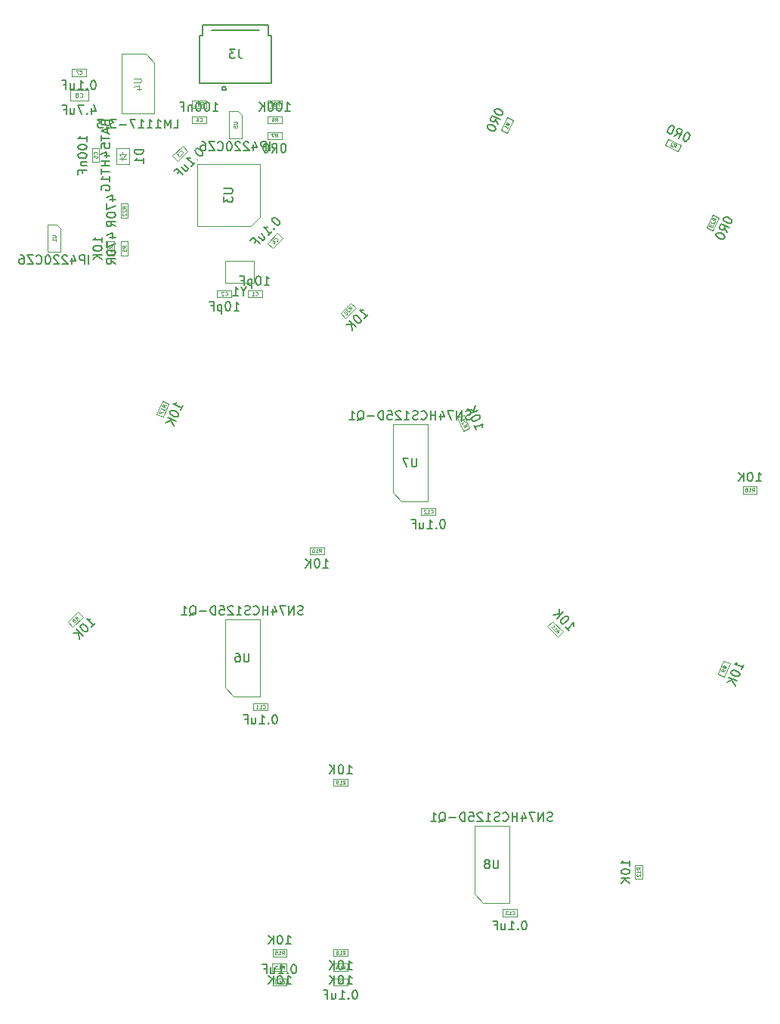
<source format=gbr>
G04 #@! TF.GenerationSoftware,KiCad,Pcbnew,(5.1.5)-3*
G04 #@! TF.CreationDate,2021-10-20T23:00:29+02:00*
G04 #@! TF.ProjectId,WFP_v2_0,5746505f-7632-45f3-902e-6b696361645f,v 0.2*
G04 #@! TF.SameCoordinates,Original*
G04 #@! TF.FileFunction,Other,Fab,Bot*
%FSLAX46Y46*%
G04 Gerber Fmt 4.6, Leading zero omitted, Abs format (unit mm)*
G04 Created by KiCad (PCBNEW (5.1.5)-3) date 2021-10-20 23:00:29*
%MOMM*%
%LPD*%
G04 APERTURE LIST*
%ADD10C,0.100000*%
%ADD11C,0.150000*%
%ADD12C,0.062500*%
%ADD13C,0.060000*%
%ADD14C,0.080000*%
%ADD15C,0.120000*%
G04 APERTURE END LIST*
D10*
X78548000Y-46456000D02*
X79498000Y-46456000D01*
X78548000Y-49556000D02*
X78548000Y-46456000D01*
X79948000Y-49556000D02*
X78548000Y-49556000D01*
X79948000Y-46906000D02*
X79948000Y-49556000D01*
X79948000Y-46906000D02*
X79498000Y-46456000D01*
X82207000Y-66529000D02*
X80607000Y-66529000D01*
X82207000Y-67329000D02*
X82207000Y-66529000D01*
X80607000Y-67329000D02*
X82207000Y-67329000D01*
X80607000Y-66529000D02*
X80607000Y-67329000D01*
X78803400Y-67329000D02*
X78803400Y-66529000D01*
X78803400Y-66529000D02*
X77203400Y-66529000D01*
X77203400Y-66529000D02*
X77203400Y-67329000D01*
X77203400Y-67329000D02*
X78803400Y-67329000D01*
X72767557Y-52080328D02*
X73898928Y-50948957D01*
X72201872Y-51514643D02*
X72767557Y-52080328D01*
X73333243Y-50383272D02*
X72201872Y-51514643D01*
X73898928Y-50948957D02*
X73333243Y-50383272D01*
X82835354Y-61277361D02*
X83401039Y-61843046D01*
X83401039Y-61843046D02*
X84532410Y-60711675D01*
X84532410Y-60711675D02*
X83966725Y-60145990D01*
X83966725Y-60145990D02*
X82835354Y-61277361D01*
X63176200Y-50595600D02*
X63176200Y-52195600D01*
X63976200Y-50595600D02*
X63176200Y-50595600D01*
X63976200Y-52195600D02*
X63976200Y-50595600D01*
X63176200Y-52195600D02*
X63976200Y-52195600D01*
X74372600Y-47047200D02*
X74372600Y-47847200D01*
X74372600Y-47847200D02*
X75972600Y-47847200D01*
X75972600Y-47847200D02*
X75972600Y-47047200D01*
X75972600Y-47047200D02*
X74372600Y-47047200D01*
X60922000Y-42564000D02*
X62522000Y-42564000D01*
X60922000Y-41764000D02*
X60922000Y-42564000D01*
X62522000Y-41764000D02*
X60922000Y-41764000D01*
X62522000Y-42564000D02*
X62522000Y-41764000D01*
X62731000Y-45304000D02*
X62731000Y-44104000D01*
X62731000Y-44104000D02*
X60731000Y-44104000D01*
X60731000Y-44104000D02*
X60731000Y-45304000D01*
X60731000Y-45304000D02*
X62731000Y-45304000D01*
X91819600Y-144392600D02*
X91819600Y-143592600D01*
X91819600Y-143592600D02*
X90219600Y-143592600D01*
X90219600Y-143592600D02*
X90219600Y-144392600D01*
X90219600Y-144392600D02*
X91819600Y-144392600D01*
X84989600Y-143592600D02*
X83389600Y-143592600D01*
X84989600Y-144392600D02*
X84989600Y-143592600D01*
X83389600Y-144392600D02*
X84989600Y-144392600D01*
X83389600Y-143592600D02*
X83389600Y-144392600D01*
X81256000Y-113582400D02*
X82856000Y-113582400D01*
X81256000Y-112782400D02*
X81256000Y-113582400D01*
X82856000Y-112782400D02*
X81256000Y-112782400D01*
X82856000Y-113582400D02*
X82856000Y-112782400D01*
X101652000Y-91713000D02*
X101652000Y-90913000D01*
X101652000Y-90913000D02*
X100052000Y-90913000D01*
X100052000Y-90913000D02*
X100052000Y-91713000D01*
X100052000Y-91713000D02*
X101652000Y-91713000D01*
X110796000Y-136645600D02*
X110796000Y-135845600D01*
X110796000Y-135845600D02*
X109196000Y-135845600D01*
X109196000Y-135845600D02*
X109196000Y-136645600D01*
X109196000Y-136645600D02*
X110796000Y-136645600D01*
X66624200Y-51316600D02*
X66624200Y-51066600D01*
X66274200Y-51316600D02*
X66624200Y-51816600D01*
X66974200Y-51316600D02*
X66274200Y-51316600D01*
X66624200Y-51816600D02*
X66974200Y-51316600D01*
X66624200Y-51816600D02*
X66624200Y-52016600D01*
X66974200Y-51816600D02*
X66274200Y-51816600D01*
X65924200Y-52416600D02*
X67324200Y-52416600D01*
X65924200Y-50616600D02*
X65924200Y-52416600D01*
X67324200Y-50616600D02*
X65924200Y-50616600D01*
X67324200Y-52416600D02*
X67324200Y-50616600D01*
X75947200Y-46120000D02*
X75947200Y-45320000D01*
X75947200Y-45320000D02*
X74347200Y-45320000D01*
X74347200Y-45320000D02*
X74347200Y-46120000D01*
X74347200Y-46120000D02*
X75947200Y-46120000D01*
X82830800Y-46120000D02*
X84430800Y-46120000D01*
X82830800Y-45320000D02*
X82830800Y-46120000D01*
X84430800Y-45320000D02*
X82830800Y-45320000D01*
X84430800Y-46120000D02*
X84430800Y-45320000D01*
D11*
X75248000Y-43398000D02*
X75248000Y-37998000D01*
X75248000Y-37998000D02*
X75548000Y-37998000D01*
X75548000Y-37998000D02*
X75548000Y-36798000D01*
X75548000Y-36798000D02*
X82948000Y-36798000D01*
X82948000Y-36798000D02*
X82948000Y-37998000D01*
X82948000Y-37998000D02*
X83248000Y-37998000D01*
X83248000Y-37998000D02*
X83248000Y-43398000D01*
X83248000Y-43398000D02*
X75248000Y-43398000D01*
X76548000Y-37398000D02*
X81948000Y-37398000D01*
X78173000Y-43873000D02*
X77948000Y-43698000D01*
X77948000Y-43698000D02*
X77723000Y-43873000D01*
X77723000Y-43873000D02*
X77723000Y-44098000D01*
X77723000Y-44098000D02*
X78173000Y-44098000D01*
X78173000Y-44098000D02*
X78173000Y-43873000D01*
D10*
X109638580Y-47193725D02*
X108962391Y-48643818D01*
X110363627Y-47531820D02*
X109638580Y-47193725D01*
X109687438Y-48981913D02*
X110363627Y-47531820D01*
X108962391Y-48643818D02*
X109687438Y-48981913D01*
X127714001Y-49591382D02*
X127375906Y-50316429D01*
X127375906Y-50316429D02*
X128825999Y-50992618D01*
X128825999Y-50992618D02*
X129164094Y-50267571D01*
X129164094Y-50267571D02*
X127714001Y-49591382D01*
X64878000Y-61063000D02*
X64878000Y-62663000D01*
X65678000Y-61063000D02*
X64878000Y-61063000D01*
X65678000Y-62663000D02*
X65678000Y-61063000D01*
X64878000Y-62663000D02*
X65678000Y-62663000D01*
X66402000Y-61063000D02*
X66402000Y-62663000D01*
X67202000Y-61063000D02*
X66402000Y-61063000D01*
X67202000Y-62663000D02*
X67202000Y-61063000D01*
X66402000Y-62663000D02*
X67202000Y-62663000D01*
X82828200Y-47047200D02*
X82828200Y-47847200D01*
X82828200Y-47847200D02*
X84428200Y-47847200D01*
X84428200Y-47847200D02*
X84428200Y-47047200D01*
X84428200Y-47047200D02*
X82828200Y-47047200D01*
X84430800Y-49625200D02*
X84430800Y-48825200D01*
X84430800Y-48825200D02*
X82830800Y-48825200D01*
X82830800Y-48825200D02*
X82830800Y-49625200D01*
X82830800Y-49625200D02*
X84430800Y-49625200D01*
X62155010Y-103104275D02*
X61589325Y-102538590D01*
X61589325Y-102538590D02*
X60457954Y-103669961D01*
X60457954Y-103669961D02*
X61023639Y-104235646D01*
X61023639Y-104235646D02*
X62155010Y-103104275D01*
X134630651Y-108324765D02*
X133891547Y-108018618D01*
X133891547Y-108018618D02*
X133279253Y-109496825D01*
X133279253Y-109496825D02*
X134018357Y-109802972D01*
X134018357Y-109802972D02*
X134630651Y-108324765D01*
X89152600Y-96107200D02*
X89152600Y-95307200D01*
X89152600Y-95307200D02*
X87552600Y-95307200D01*
X87552600Y-95307200D02*
X87552600Y-96107200D01*
X87552600Y-96107200D02*
X89152600Y-96107200D01*
X115901410Y-104743925D02*
X114770039Y-103612554D01*
X115335725Y-105309610D02*
X115901410Y-104743925D01*
X114204354Y-104178239D02*
X115335725Y-105309610D01*
X114770039Y-103612554D02*
X114204354Y-104178239D01*
X124009200Y-130859600D02*
X124009200Y-132459600D01*
X124809200Y-130859600D02*
X124009200Y-130859600D01*
X124809200Y-132459600D02*
X124809200Y-130859600D01*
X124009200Y-132459600D02*
X124809200Y-132459600D01*
X84987000Y-142741600D02*
X84987000Y-141941600D01*
X84987000Y-141941600D02*
X83387000Y-141941600D01*
X83387000Y-141941600D02*
X83387000Y-142741600D01*
X83387000Y-142741600D02*
X84987000Y-142741600D01*
X90219600Y-142741600D02*
X91819600Y-142741600D01*
X90219600Y-141941600D02*
X90219600Y-142741600D01*
X91819600Y-141941600D02*
X90219600Y-141941600D01*
X91819600Y-142741600D02*
X91819600Y-141941600D01*
X83389600Y-140316000D02*
X83389600Y-141116000D01*
X83389600Y-141116000D02*
X84989600Y-141116000D01*
X84989600Y-141116000D02*
X84989600Y-140316000D01*
X84989600Y-140316000D02*
X83389600Y-140316000D01*
X90219600Y-141090600D02*
X91819600Y-141090600D01*
X90219600Y-140290600D02*
X90219600Y-141090600D01*
X91819600Y-140290600D02*
X90219600Y-140290600D01*
X91819600Y-141090600D02*
X91819600Y-140290600D01*
X71775387Y-79252089D02*
X71038983Y-78939504D01*
X71038983Y-78939504D02*
X70413813Y-80412311D01*
X70413813Y-80412311D02*
X71150217Y-80724896D01*
X71150217Y-80724896D02*
X71775387Y-79252089D01*
X137655200Y-88500000D02*
X136055200Y-88500000D01*
X137655200Y-89300000D02*
X137655200Y-88500000D01*
X136055200Y-89300000D02*
X137655200Y-89300000D01*
X136055200Y-88500000D02*
X136055200Y-89300000D01*
X90219600Y-121240600D02*
X90219600Y-122040600D01*
X90219600Y-122040600D02*
X91819600Y-122040600D01*
X91819600Y-122040600D02*
X91819600Y-121240600D01*
X91819600Y-121240600D02*
X90219600Y-121240600D01*
X92721524Y-68529269D02*
X92150923Y-67968542D01*
X92150923Y-67968542D02*
X91029468Y-69109743D01*
X91029468Y-69109743D02*
X91600069Y-69670470D01*
X91600069Y-69670470D02*
X92721524Y-68529269D01*
X105476099Y-81967630D02*
X104863805Y-80489423D01*
X104736995Y-82273777D02*
X105476099Y-81967630D01*
X104124701Y-80795570D02*
X104736995Y-82273777D01*
X104863805Y-80489423D02*
X104124701Y-80795570D01*
X59628000Y-59606000D02*
X59178000Y-59156000D01*
X59628000Y-59606000D02*
X59628000Y-62256000D01*
X59628000Y-62256000D02*
X58228000Y-62256000D01*
X58228000Y-62256000D02*
X58228000Y-59156000D01*
X58228000Y-59156000D02*
X59178000Y-59156000D01*
X81986000Y-58380000D02*
X81986000Y-52380000D01*
X81986000Y-52380000D02*
X74986000Y-52380000D01*
X74986000Y-52380000D02*
X74986000Y-59380000D01*
X74986000Y-59380000D02*
X80986000Y-59380000D01*
X80986000Y-59380000D02*
X81986000Y-58380000D01*
X70176000Y-41084000D02*
X69176000Y-40084000D01*
X70176000Y-41084000D02*
X70176000Y-46784000D01*
X69176000Y-40084000D02*
X66476000Y-40084000D01*
X70176000Y-46784000D02*
X66476000Y-46784000D01*
X66476000Y-40084000D02*
X66476000Y-46784000D01*
X79035000Y-112021000D02*
X81960000Y-112021000D01*
X81960000Y-112021000D02*
X81960000Y-103371000D01*
X81960000Y-103371000D02*
X78060000Y-103371000D01*
X78060000Y-103371000D02*
X78060000Y-111046000D01*
X78060000Y-111046000D02*
X79035000Y-112021000D01*
X97831000Y-90177000D02*
X100756000Y-90177000D01*
X100756000Y-90177000D02*
X100756000Y-81527000D01*
X100756000Y-81527000D02*
X96856000Y-81527000D01*
X96856000Y-81527000D02*
X96856000Y-89202000D01*
X96856000Y-89202000D02*
X97831000Y-90177000D01*
X106000000Y-134160000D02*
X106975000Y-135135000D01*
X106000000Y-126485000D02*
X106000000Y-134160000D01*
X109900000Y-126485000D02*
X106000000Y-126485000D01*
X109900000Y-135135000D02*
X109900000Y-126485000D01*
X106975000Y-135135000D02*
X109900000Y-135135000D01*
X78095000Y-65740600D02*
X78095000Y-63240600D01*
X81295000Y-65740600D02*
X81295000Y-63240600D01*
X78095000Y-65740600D02*
X81295000Y-65740600D01*
X78095000Y-63240600D02*
X81295000Y-63240600D01*
X66402000Y-58458000D02*
X67202000Y-58458000D01*
X67202000Y-58458000D02*
X67202000Y-56858000D01*
X67202000Y-56858000D02*
X66402000Y-56858000D01*
X66402000Y-56858000D02*
X66402000Y-58458000D01*
X133415618Y-58422801D02*
X132690571Y-58084706D01*
X132690571Y-58084706D02*
X132014382Y-59534799D01*
X132014382Y-59534799D02*
X132739429Y-59872894D01*
X132739429Y-59872894D02*
X133415618Y-58422801D01*
D11*
X83105142Y-50908380D02*
X83105142Y-49908380D01*
X82628952Y-50908380D02*
X82628952Y-49908380D01*
X82248000Y-49908380D01*
X82152761Y-49956000D01*
X82105142Y-50003619D01*
X82057523Y-50098857D01*
X82057523Y-50241714D01*
X82105142Y-50336952D01*
X82152761Y-50384571D01*
X82248000Y-50432190D01*
X82628952Y-50432190D01*
X81200380Y-50241714D02*
X81200380Y-50908380D01*
X81438476Y-49860761D02*
X81676571Y-50575047D01*
X81057523Y-50575047D01*
X80724190Y-50003619D02*
X80676571Y-49956000D01*
X80581333Y-49908380D01*
X80343238Y-49908380D01*
X80248000Y-49956000D01*
X80200380Y-50003619D01*
X80152761Y-50098857D01*
X80152761Y-50194095D01*
X80200380Y-50336952D01*
X80771809Y-50908380D01*
X80152761Y-50908380D01*
X79771809Y-50003619D02*
X79724190Y-49956000D01*
X79628952Y-49908380D01*
X79390857Y-49908380D01*
X79295619Y-49956000D01*
X79248000Y-50003619D01*
X79200380Y-50098857D01*
X79200380Y-50194095D01*
X79248000Y-50336952D01*
X79819428Y-50908380D01*
X79200380Y-50908380D01*
X78581333Y-49908380D02*
X78486095Y-49908380D01*
X78390857Y-49956000D01*
X78343238Y-50003619D01*
X78295619Y-50098857D01*
X78248000Y-50289333D01*
X78248000Y-50527428D01*
X78295619Y-50717904D01*
X78343238Y-50813142D01*
X78390857Y-50860761D01*
X78486095Y-50908380D01*
X78581333Y-50908380D01*
X78676571Y-50860761D01*
X78724190Y-50813142D01*
X78771809Y-50717904D01*
X78819428Y-50527428D01*
X78819428Y-50289333D01*
X78771809Y-50098857D01*
X78724190Y-50003619D01*
X78676571Y-49956000D01*
X78581333Y-49908380D01*
X77248000Y-50813142D02*
X77295619Y-50860761D01*
X77438476Y-50908380D01*
X77533714Y-50908380D01*
X77676571Y-50860761D01*
X77771809Y-50765523D01*
X77819428Y-50670285D01*
X77867047Y-50479809D01*
X77867047Y-50336952D01*
X77819428Y-50146476D01*
X77771809Y-50051238D01*
X77676571Y-49956000D01*
X77533714Y-49908380D01*
X77438476Y-49908380D01*
X77295619Y-49956000D01*
X77248000Y-50003619D01*
X76914666Y-49908380D02*
X76248000Y-49908380D01*
X76914666Y-50908380D01*
X76248000Y-50908380D01*
X75438476Y-49908380D02*
X75628952Y-49908380D01*
X75724190Y-49956000D01*
X75771809Y-50003619D01*
X75867047Y-50146476D01*
X75914666Y-50336952D01*
X75914666Y-50717904D01*
X75867047Y-50813142D01*
X75819428Y-50860761D01*
X75724190Y-50908380D01*
X75533714Y-50908380D01*
X75438476Y-50860761D01*
X75390857Y-50813142D01*
X75343238Y-50717904D01*
X75343238Y-50479809D01*
X75390857Y-50384571D01*
X75438476Y-50336952D01*
X75533714Y-50289333D01*
X75724190Y-50289333D01*
X75819428Y-50336952D01*
X75867047Y-50384571D01*
X75914666Y-50479809D01*
D12*
X79028952Y-47701238D02*
X79352761Y-47701238D01*
X79390857Y-47720285D01*
X79409904Y-47739333D01*
X79428952Y-47777428D01*
X79428952Y-47853619D01*
X79409904Y-47891714D01*
X79390857Y-47910761D01*
X79352761Y-47929809D01*
X79028952Y-47929809D01*
X79028952Y-48310761D02*
X79028952Y-48120285D01*
X79219428Y-48101238D01*
X79200380Y-48120285D01*
X79181333Y-48158380D01*
X79181333Y-48253619D01*
X79200380Y-48291714D01*
X79219428Y-48310761D01*
X79257523Y-48329809D01*
X79352761Y-48329809D01*
X79390857Y-48310761D01*
X79409904Y-48291714D01*
X79428952Y-48253619D01*
X79428952Y-48158380D01*
X79409904Y-48120285D01*
X79390857Y-48101238D01*
D11*
X82478428Y-65951380D02*
X83049857Y-65951380D01*
X82764142Y-65951380D02*
X82764142Y-64951380D01*
X82859380Y-65094238D01*
X82954619Y-65189476D01*
X83049857Y-65237095D01*
X81859380Y-64951380D02*
X81764142Y-64951380D01*
X81668904Y-64999000D01*
X81621285Y-65046619D01*
X81573666Y-65141857D01*
X81526047Y-65332333D01*
X81526047Y-65570428D01*
X81573666Y-65760904D01*
X81621285Y-65856142D01*
X81668904Y-65903761D01*
X81764142Y-65951380D01*
X81859380Y-65951380D01*
X81954619Y-65903761D01*
X82002238Y-65856142D01*
X82049857Y-65760904D01*
X82097476Y-65570428D01*
X82097476Y-65332333D01*
X82049857Y-65141857D01*
X82002238Y-65046619D01*
X81954619Y-64999000D01*
X81859380Y-64951380D01*
X81097476Y-65284714D02*
X81097476Y-66284714D01*
X81097476Y-65332333D02*
X81002238Y-65284714D01*
X80811761Y-65284714D01*
X80716523Y-65332333D01*
X80668904Y-65379952D01*
X80621285Y-65475190D01*
X80621285Y-65760904D01*
X80668904Y-65856142D01*
X80716523Y-65903761D01*
X80811761Y-65951380D01*
X81002238Y-65951380D01*
X81097476Y-65903761D01*
X79859380Y-65427571D02*
X80192714Y-65427571D01*
X80192714Y-65951380D02*
X80192714Y-64951380D01*
X79716523Y-64951380D01*
D13*
X81473666Y-67071857D02*
X81492714Y-67090904D01*
X81549857Y-67109952D01*
X81587952Y-67109952D01*
X81645095Y-67090904D01*
X81683190Y-67052809D01*
X81702238Y-67014714D01*
X81721285Y-66938523D01*
X81721285Y-66881380D01*
X81702238Y-66805190D01*
X81683190Y-66767095D01*
X81645095Y-66729000D01*
X81587952Y-66709952D01*
X81549857Y-66709952D01*
X81492714Y-66729000D01*
X81473666Y-66748047D01*
X81092714Y-67109952D02*
X81321285Y-67109952D01*
X81207000Y-67109952D02*
X81207000Y-66709952D01*
X81245095Y-66767095D01*
X81283190Y-66805190D01*
X81321285Y-66824238D01*
D11*
X79074828Y-68811380D02*
X79646257Y-68811380D01*
X79360542Y-68811380D02*
X79360542Y-67811380D01*
X79455780Y-67954238D01*
X79551019Y-68049476D01*
X79646257Y-68097095D01*
X78455780Y-67811380D02*
X78360542Y-67811380D01*
X78265304Y-67859000D01*
X78217685Y-67906619D01*
X78170066Y-68001857D01*
X78122447Y-68192333D01*
X78122447Y-68430428D01*
X78170066Y-68620904D01*
X78217685Y-68716142D01*
X78265304Y-68763761D01*
X78360542Y-68811380D01*
X78455780Y-68811380D01*
X78551019Y-68763761D01*
X78598638Y-68716142D01*
X78646257Y-68620904D01*
X78693876Y-68430428D01*
X78693876Y-68192333D01*
X78646257Y-68001857D01*
X78598638Y-67906619D01*
X78551019Y-67859000D01*
X78455780Y-67811380D01*
X77693876Y-68144714D02*
X77693876Y-69144714D01*
X77693876Y-68192333D02*
X77598638Y-68144714D01*
X77408161Y-68144714D01*
X77312923Y-68192333D01*
X77265304Y-68239952D01*
X77217685Y-68335190D01*
X77217685Y-68620904D01*
X77265304Y-68716142D01*
X77312923Y-68763761D01*
X77408161Y-68811380D01*
X77598638Y-68811380D01*
X77693876Y-68763761D01*
X76455780Y-68287571D02*
X76789114Y-68287571D01*
X76789114Y-68811380D02*
X76789114Y-67811380D01*
X76312923Y-67811380D01*
D13*
X78070066Y-67071857D02*
X78089114Y-67090904D01*
X78146257Y-67109952D01*
X78184352Y-67109952D01*
X78241495Y-67090904D01*
X78279590Y-67052809D01*
X78298638Y-67014714D01*
X78317685Y-66938523D01*
X78317685Y-66881380D01*
X78298638Y-66805190D01*
X78279590Y-66767095D01*
X78241495Y-66729000D01*
X78184352Y-66709952D01*
X78146257Y-66709952D01*
X78089114Y-66729000D01*
X78070066Y-66748047D01*
X77917685Y-66748047D02*
X77898638Y-66729000D01*
X77860542Y-66709952D01*
X77765304Y-66709952D01*
X77727209Y-66729000D01*
X77708161Y-66748047D01*
X77689114Y-66786142D01*
X77689114Y-66824238D01*
X77708161Y-66881380D01*
X77936733Y-67109952D01*
X77689114Y-67109952D01*
D11*
X74836013Y-50694062D02*
X74768669Y-50761405D01*
X74734998Y-50862421D01*
X74734998Y-50929764D01*
X74768669Y-51030779D01*
X74869685Y-51199138D01*
X75038043Y-51367497D01*
X75206402Y-51468512D01*
X75307417Y-51502184D01*
X75374761Y-51502184D01*
X75475776Y-51468512D01*
X75543120Y-51401169D01*
X75576791Y-51300153D01*
X75576791Y-51232810D01*
X75543120Y-51131795D01*
X75442104Y-50963436D01*
X75273746Y-50795077D01*
X75105387Y-50694062D01*
X75004372Y-50660390D01*
X74937028Y-50660390D01*
X74836013Y-50694062D01*
X74937028Y-51872573D02*
X74937028Y-51939917D01*
X75004372Y-51939917D01*
X75004372Y-51872573D01*
X74937028Y-51872573D01*
X75004372Y-51939917D01*
X74297265Y-52647024D02*
X74701326Y-52242963D01*
X74499295Y-52444993D02*
X73792188Y-51737886D01*
X73960547Y-51771558D01*
X74095234Y-51771558D01*
X74196250Y-51737886D01*
X73219769Y-52781711D02*
X73691173Y-53253115D01*
X73522814Y-52478665D02*
X73893204Y-52849054D01*
X73926875Y-52950069D01*
X73893204Y-53051085D01*
X73792188Y-53152100D01*
X73691173Y-53185772D01*
X73623830Y-53185772D01*
X72748364Y-53455146D02*
X72984066Y-53219443D01*
X73354456Y-53589833D02*
X72647349Y-52882726D01*
X72310631Y-53219443D01*
D13*
X73198555Y-51285674D02*
X73225493Y-51285674D01*
X73279367Y-51258737D01*
X73306305Y-51231800D01*
X73333242Y-51177925D01*
X73333242Y-51124050D01*
X73319774Y-51083644D01*
X73279367Y-51016300D01*
X73238961Y-50975894D01*
X73171618Y-50935488D01*
X73131212Y-50922019D01*
X73077337Y-50922019D01*
X73023462Y-50948957D01*
X72996525Y-50975894D01*
X72969587Y-51029769D01*
X72969587Y-51056706D01*
X72848369Y-51124050D02*
X72673276Y-51299143D01*
X72875306Y-51312612D01*
X72834900Y-51353018D01*
X72821432Y-51393424D01*
X72821432Y-51420361D01*
X72834900Y-51460767D01*
X72902244Y-51528111D01*
X72942650Y-51541580D01*
X72969587Y-51541580D01*
X73009993Y-51528111D01*
X73090806Y-51447299D01*
X73104274Y-51406893D01*
X73104274Y-51379955D01*
D11*
X83447169Y-58434454D02*
X83379825Y-58501797D01*
X83346154Y-58602813D01*
X83346154Y-58670156D01*
X83379825Y-58771171D01*
X83480841Y-58939530D01*
X83649199Y-59107889D01*
X83817558Y-59208904D01*
X83918573Y-59242576D01*
X83985917Y-59242576D01*
X84086932Y-59208904D01*
X84154276Y-59141561D01*
X84187947Y-59040545D01*
X84187947Y-58973202D01*
X84154276Y-58872187D01*
X84053260Y-58703828D01*
X83884902Y-58535469D01*
X83716543Y-58434454D01*
X83615528Y-58400782D01*
X83548184Y-58400782D01*
X83447169Y-58434454D01*
X83548184Y-59612965D02*
X83548184Y-59680309D01*
X83615528Y-59680309D01*
X83615528Y-59612965D01*
X83548184Y-59612965D01*
X83615528Y-59680309D01*
X82908421Y-60387416D02*
X83312482Y-59983355D01*
X83110451Y-60185385D02*
X82403344Y-59478278D01*
X82571703Y-59511950D01*
X82706390Y-59511950D01*
X82807406Y-59478278D01*
X81830925Y-60522103D02*
X82302329Y-60993507D01*
X82133970Y-60219057D02*
X82504360Y-60589446D01*
X82538031Y-60690461D01*
X82504360Y-60791477D01*
X82403344Y-60892492D01*
X82302329Y-60926164D01*
X82234986Y-60926164D01*
X81359520Y-61195538D02*
X81595222Y-60959835D01*
X81965612Y-61330225D02*
X81258505Y-60623118D01*
X80921787Y-60959835D01*
D13*
X83832037Y-61048392D02*
X83858975Y-61048392D01*
X83912849Y-61021455D01*
X83939787Y-60994518D01*
X83966724Y-60940643D01*
X83966724Y-60886768D01*
X83953256Y-60846362D01*
X83912849Y-60779018D01*
X83872443Y-60738612D01*
X83805100Y-60698206D01*
X83764694Y-60684737D01*
X83710819Y-60684737D01*
X83656944Y-60711675D01*
X83630007Y-60738612D01*
X83603069Y-60792487D01*
X83603069Y-60819424D01*
X83427976Y-61129205D02*
X83616538Y-61317766D01*
X83387570Y-60954111D02*
X83656944Y-61088798D01*
X83481851Y-61263892D01*
D11*
X62598580Y-49847980D02*
X62598580Y-49276552D01*
X62598580Y-49562266D02*
X61598580Y-49562266D01*
X61741438Y-49467028D01*
X61836676Y-49371790D01*
X61884295Y-49276552D01*
X61598580Y-50467028D02*
X61598580Y-50562266D01*
X61646200Y-50657504D01*
X61693819Y-50705123D01*
X61789057Y-50752742D01*
X61979533Y-50800361D01*
X62217628Y-50800361D01*
X62408104Y-50752742D01*
X62503342Y-50705123D01*
X62550961Y-50657504D01*
X62598580Y-50562266D01*
X62598580Y-50467028D01*
X62550961Y-50371790D01*
X62503342Y-50324171D01*
X62408104Y-50276552D01*
X62217628Y-50228933D01*
X61979533Y-50228933D01*
X61789057Y-50276552D01*
X61693819Y-50324171D01*
X61646200Y-50371790D01*
X61598580Y-50467028D01*
X61598580Y-51419409D02*
X61598580Y-51514647D01*
X61646200Y-51609885D01*
X61693819Y-51657504D01*
X61789057Y-51705123D01*
X61979533Y-51752742D01*
X62217628Y-51752742D01*
X62408104Y-51705123D01*
X62503342Y-51657504D01*
X62550961Y-51609885D01*
X62598580Y-51514647D01*
X62598580Y-51419409D01*
X62550961Y-51324171D01*
X62503342Y-51276552D01*
X62408104Y-51228933D01*
X62217628Y-51181314D01*
X61979533Y-51181314D01*
X61789057Y-51228933D01*
X61693819Y-51276552D01*
X61646200Y-51324171D01*
X61598580Y-51419409D01*
X61931914Y-52181314D02*
X62598580Y-52181314D01*
X62027152Y-52181314D02*
X61979533Y-52228933D01*
X61931914Y-52324171D01*
X61931914Y-52467028D01*
X61979533Y-52562266D01*
X62074771Y-52609885D01*
X62598580Y-52609885D01*
X62074771Y-53419409D02*
X62074771Y-53086076D01*
X62598580Y-53086076D02*
X61598580Y-53086076D01*
X61598580Y-53562266D01*
D13*
X63719057Y-51328933D02*
X63738104Y-51309885D01*
X63757152Y-51252742D01*
X63757152Y-51214647D01*
X63738104Y-51157504D01*
X63700009Y-51119409D01*
X63661914Y-51100361D01*
X63585723Y-51081314D01*
X63528580Y-51081314D01*
X63452390Y-51100361D01*
X63414295Y-51119409D01*
X63376200Y-51157504D01*
X63357152Y-51214647D01*
X63357152Y-51252742D01*
X63376200Y-51309885D01*
X63395247Y-51328933D01*
X63357152Y-51690838D02*
X63357152Y-51500361D01*
X63547628Y-51481314D01*
X63528580Y-51500361D01*
X63509533Y-51538457D01*
X63509533Y-51633695D01*
X63528580Y-51671790D01*
X63547628Y-51690838D01*
X63585723Y-51709885D01*
X63680961Y-51709885D01*
X63719057Y-51690838D01*
X63738104Y-51671790D01*
X63757152Y-51633695D01*
X63757152Y-51538457D01*
X63738104Y-51500361D01*
X63719057Y-51481314D01*
D11*
X76720219Y-46469580D02*
X77291647Y-46469580D01*
X77005933Y-46469580D02*
X77005933Y-45469580D01*
X77101171Y-45612438D01*
X77196409Y-45707676D01*
X77291647Y-45755295D01*
X76101171Y-45469580D02*
X76005933Y-45469580D01*
X75910695Y-45517200D01*
X75863076Y-45564819D01*
X75815457Y-45660057D01*
X75767838Y-45850533D01*
X75767838Y-46088628D01*
X75815457Y-46279104D01*
X75863076Y-46374342D01*
X75910695Y-46421961D01*
X76005933Y-46469580D01*
X76101171Y-46469580D01*
X76196409Y-46421961D01*
X76244028Y-46374342D01*
X76291647Y-46279104D01*
X76339266Y-46088628D01*
X76339266Y-45850533D01*
X76291647Y-45660057D01*
X76244028Y-45564819D01*
X76196409Y-45517200D01*
X76101171Y-45469580D01*
X75148790Y-45469580D02*
X75053552Y-45469580D01*
X74958314Y-45517200D01*
X74910695Y-45564819D01*
X74863076Y-45660057D01*
X74815457Y-45850533D01*
X74815457Y-46088628D01*
X74863076Y-46279104D01*
X74910695Y-46374342D01*
X74958314Y-46421961D01*
X75053552Y-46469580D01*
X75148790Y-46469580D01*
X75244028Y-46421961D01*
X75291647Y-46374342D01*
X75339266Y-46279104D01*
X75386885Y-46088628D01*
X75386885Y-45850533D01*
X75339266Y-45660057D01*
X75291647Y-45564819D01*
X75244028Y-45517200D01*
X75148790Y-45469580D01*
X74386885Y-45802914D02*
X74386885Y-46469580D01*
X74386885Y-45898152D02*
X74339266Y-45850533D01*
X74244028Y-45802914D01*
X74101171Y-45802914D01*
X74005933Y-45850533D01*
X73958314Y-45945771D01*
X73958314Y-46469580D01*
X73148790Y-45945771D02*
X73482123Y-45945771D01*
X73482123Y-46469580D02*
X73482123Y-45469580D01*
X73005933Y-45469580D01*
D13*
X75239266Y-47590057D02*
X75258314Y-47609104D01*
X75315457Y-47628152D01*
X75353552Y-47628152D01*
X75410695Y-47609104D01*
X75448790Y-47571009D01*
X75467838Y-47532914D01*
X75486885Y-47456723D01*
X75486885Y-47399580D01*
X75467838Y-47323390D01*
X75448790Y-47285295D01*
X75410695Y-47247200D01*
X75353552Y-47228152D01*
X75315457Y-47228152D01*
X75258314Y-47247200D01*
X75239266Y-47266247D01*
X74896409Y-47228152D02*
X74972600Y-47228152D01*
X75010695Y-47247200D01*
X75029742Y-47266247D01*
X75067838Y-47323390D01*
X75086885Y-47399580D01*
X75086885Y-47551961D01*
X75067838Y-47590057D01*
X75048790Y-47609104D01*
X75010695Y-47628152D01*
X74934504Y-47628152D01*
X74896409Y-47609104D01*
X74877361Y-47590057D01*
X74858314Y-47551961D01*
X74858314Y-47456723D01*
X74877361Y-47418628D01*
X74896409Y-47399580D01*
X74934504Y-47380533D01*
X75010695Y-47380533D01*
X75048790Y-47399580D01*
X75067838Y-47418628D01*
X75086885Y-47456723D01*
D11*
X63364857Y-43046380D02*
X63269619Y-43046380D01*
X63174380Y-43094000D01*
X63126761Y-43141619D01*
X63079142Y-43236857D01*
X63031523Y-43427333D01*
X63031523Y-43665428D01*
X63079142Y-43855904D01*
X63126761Y-43951142D01*
X63174380Y-43998761D01*
X63269619Y-44046380D01*
X63364857Y-44046380D01*
X63460095Y-43998761D01*
X63507714Y-43951142D01*
X63555333Y-43855904D01*
X63602952Y-43665428D01*
X63602952Y-43427333D01*
X63555333Y-43236857D01*
X63507714Y-43141619D01*
X63460095Y-43094000D01*
X63364857Y-43046380D01*
X62602952Y-43951142D02*
X62555333Y-43998761D01*
X62602952Y-44046380D01*
X62650571Y-43998761D01*
X62602952Y-43951142D01*
X62602952Y-44046380D01*
X61602952Y-44046380D02*
X62174380Y-44046380D01*
X61888666Y-44046380D02*
X61888666Y-43046380D01*
X61983904Y-43189238D01*
X62079142Y-43284476D01*
X62174380Y-43332095D01*
X60745809Y-43379714D02*
X60745809Y-44046380D01*
X61174380Y-43379714D02*
X61174380Y-43903523D01*
X61126761Y-43998761D01*
X61031523Y-44046380D01*
X60888666Y-44046380D01*
X60793428Y-43998761D01*
X60745809Y-43951142D01*
X59936285Y-43522571D02*
X60269619Y-43522571D01*
X60269619Y-44046380D02*
X60269619Y-43046380D01*
X59793428Y-43046380D01*
D13*
X61788666Y-42306857D02*
X61807714Y-42325904D01*
X61864857Y-42344952D01*
X61902952Y-42344952D01*
X61960095Y-42325904D01*
X61998190Y-42287809D01*
X62017238Y-42249714D01*
X62036285Y-42173523D01*
X62036285Y-42116380D01*
X62017238Y-42040190D01*
X61998190Y-42002095D01*
X61960095Y-41964000D01*
X61902952Y-41944952D01*
X61864857Y-41944952D01*
X61807714Y-41964000D01*
X61788666Y-41983047D01*
X61655333Y-41944952D02*
X61388666Y-41944952D01*
X61560095Y-42344952D01*
D11*
X63135761Y-46139714D02*
X63135761Y-46806380D01*
X63373857Y-45758761D02*
X63611952Y-46473047D01*
X62992904Y-46473047D01*
X62611952Y-46711142D02*
X62564333Y-46758761D01*
X62611952Y-46806380D01*
X62659571Y-46758761D01*
X62611952Y-46711142D01*
X62611952Y-46806380D01*
X62231000Y-45806380D02*
X61564333Y-45806380D01*
X61992904Y-46806380D01*
X60754809Y-46139714D02*
X60754809Y-46806380D01*
X61183380Y-46139714D02*
X61183380Y-46663523D01*
X61135761Y-46758761D01*
X61040523Y-46806380D01*
X60897666Y-46806380D01*
X60802428Y-46758761D01*
X60754809Y-46711142D01*
X59945285Y-46282571D02*
X60278619Y-46282571D01*
X60278619Y-46806380D02*
X60278619Y-45806380D01*
X59802428Y-45806380D01*
D14*
X61814333Y-44882571D02*
X61838142Y-44906380D01*
X61909571Y-44930190D01*
X61957190Y-44930190D01*
X62028619Y-44906380D01*
X62076238Y-44858761D01*
X62100047Y-44811142D01*
X62123857Y-44715904D01*
X62123857Y-44644476D01*
X62100047Y-44549238D01*
X62076238Y-44501619D01*
X62028619Y-44454000D01*
X61957190Y-44430190D01*
X61909571Y-44430190D01*
X61838142Y-44454000D01*
X61814333Y-44477809D01*
X61528619Y-44644476D02*
X61576238Y-44620666D01*
X61600047Y-44596857D01*
X61623857Y-44549238D01*
X61623857Y-44525428D01*
X61600047Y-44477809D01*
X61576238Y-44454000D01*
X61528619Y-44430190D01*
X61433380Y-44430190D01*
X61385761Y-44454000D01*
X61361952Y-44477809D01*
X61338142Y-44525428D01*
X61338142Y-44549238D01*
X61361952Y-44596857D01*
X61385761Y-44620666D01*
X61433380Y-44644476D01*
X61528619Y-44644476D01*
X61576238Y-44668285D01*
X61600047Y-44692095D01*
X61623857Y-44739714D01*
X61623857Y-44834952D01*
X61600047Y-44882571D01*
X61576238Y-44906380D01*
X61528619Y-44930190D01*
X61433380Y-44930190D01*
X61385761Y-44906380D01*
X61361952Y-44882571D01*
X61338142Y-44834952D01*
X61338142Y-44739714D01*
X61361952Y-44692095D01*
X61385761Y-44668285D01*
X61433380Y-44644476D01*
D11*
X92662457Y-144874980D02*
X92567219Y-144874980D01*
X92471980Y-144922600D01*
X92424361Y-144970219D01*
X92376742Y-145065457D01*
X92329123Y-145255933D01*
X92329123Y-145494028D01*
X92376742Y-145684504D01*
X92424361Y-145779742D01*
X92471980Y-145827361D01*
X92567219Y-145874980D01*
X92662457Y-145874980D01*
X92757695Y-145827361D01*
X92805314Y-145779742D01*
X92852933Y-145684504D01*
X92900552Y-145494028D01*
X92900552Y-145255933D01*
X92852933Y-145065457D01*
X92805314Y-144970219D01*
X92757695Y-144922600D01*
X92662457Y-144874980D01*
X91900552Y-145779742D02*
X91852933Y-145827361D01*
X91900552Y-145874980D01*
X91948171Y-145827361D01*
X91900552Y-145779742D01*
X91900552Y-145874980D01*
X90900552Y-145874980D02*
X91471980Y-145874980D01*
X91186266Y-145874980D02*
X91186266Y-144874980D01*
X91281504Y-145017838D01*
X91376742Y-145113076D01*
X91471980Y-145160695D01*
X90043409Y-145208314D02*
X90043409Y-145874980D01*
X90471980Y-145208314D02*
X90471980Y-145732123D01*
X90424361Y-145827361D01*
X90329123Y-145874980D01*
X90186266Y-145874980D01*
X90091028Y-145827361D01*
X90043409Y-145779742D01*
X89233885Y-145351171D02*
X89567219Y-145351171D01*
X89567219Y-145874980D02*
X89567219Y-144874980D01*
X89091028Y-144874980D01*
D13*
X91086266Y-144135457D02*
X91105314Y-144154504D01*
X91162457Y-144173552D01*
X91200552Y-144173552D01*
X91257695Y-144154504D01*
X91295790Y-144116409D01*
X91314838Y-144078314D01*
X91333885Y-144002123D01*
X91333885Y-143944980D01*
X91314838Y-143868790D01*
X91295790Y-143830695D01*
X91257695Y-143792600D01*
X91200552Y-143773552D01*
X91162457Y-143773552D01*
X91105314Y-143792600D01*
X91086266Y-143811647D01*
X90895790Y-144173552D02*
X90819600Y-144173552D01*
X90781504Y-144154504D01*
X90762457Y-144135457D01*
X90724361Y-144078314D01*
X90705314Y-144002123D01*
X90705314Y-143849742D01*
X90724361Y-143811647D01*
X90743409Y-143792600D01*
X90781504Y-143773552D01*
X90857695Y-143773552D01*
X90895790Y-143792600D01*
X90914838Y-143811647D01*
X90933885Y-143849742D01*
X90933885Y-143944980D01*
X90914838Y-143983076D01*
X90895790Y-144002123D01*
X90857695Y-144021171D01*
X90781504Y-144021171D01*
X90743409Y-144002123D01*
X90724361Y-143983076D01*
X90705314Y-143944980D01*
D11*
X85832457Y-142014980D02*
X85737219Y-142014980D01*
X85641980Y-142062600D01*
X85594361Y-142110219D01*
X85546742Y-142205457D01*
X85499123Y-142395933D01*
X85499123Y-142634028D01*
X85546742Y-142824504D01*
X85594361Y-142919742D01*
X85641980Y-142967361D01*
X85737219Y-143014980D01*
X85832457Y-143014980D01*
X85927695Y-142967361D01*
X85975314Y-142919742D01*
X86022933Y-142824504D01*
X86070552Y-142634028D01*
X86070552Y-142395933D01*
X86022933Y-142205457D01*
X85975314Y-142110219D01*
X85927695Y-142062600D01*
X85832457Y-142014980D01*
X85070552Y-142919742D02*
X85022933Y-142967361D01*
X85070552Y-143014980D01*
X85118171Y-142967361D01*
X85070552Y-142919742D01*
X85070552Y-143014980D01*
X84070552Y-143014980D02*
X84641980Y-143014980D01*
X84356266Y-143014980D02*
X84356266Y-142014980D01*
X84451504Y-142157838D01*
X84546742Y-142253076D01*
X84641980Y-142300695D01*
X83213409Y-142348314D02*
X83213409Y-143014980D01*
X83641980Y-142348314D02*
X83641980Y-142872123D01*
X83594361Y-142967361D01*
X83499123Y-143014980D01*
X83356266Y-143014980D01*
X83261028Y-142967361D01*
X83213409Y-142919742D01*
X82403885Y-142491171D02*
X82737219Y-142491171D01*
X82737219Y-143014980D02*
X82737219Y-142014980D01*
X82261028Y-142014980D01*
D13*
X84446742Y-144135457D02*
X84465790Y-144154504D01*
X84522933Y-144173552D01*
X84561028Y-144173552D01*
X84618171Y-144154504D01*
X84656266Y-144116409D01*
X84675314Y-144078314D01*
X84694361Y-144002123D01*
X84694361Y-143944980D01*
X84675314Y-143868790D01*
X84656266Y-143830695D01*
X84618171Y-143792600D01*
X84561028Y-143773552D01*
X84522933Y-143773552D01*
X84465790Y-143792600D01*
X84446742Y-143811647D01*
X84065790Y-144173552D02*
X84294361Y-144173552D01*
X84180076Y-144173552D02*
X84180076Y-143773552D01*
X84218171Y-143830695D01*
X84256266Y-143868790D01*
X84294361Y-143887838D01*
X83818171Y-143773552D02*
X83780076Y-143773552D01*
X83741980Y-143792600D01*
X83722933Y-143811647D01*
X83703885Y-143849742D01*
X83684838Y-143925933D01*
X83684838Y-144021171D01*
X83703885Y-144097361D01*
X83722933Y-144135457D01*
X83741980Y-144154504D01*
X83780076Y-144173552D01*
X83818171Y-144173552D01*
X83856266Y-144154504D01*
X83875314Y-144135457D01*
X83894361Y-144097361D01*
X83913409Y-144021171D01*
X83913409Y-143925933D01*
X83894361Y-143849742D01*
X83875314Y-143811647D01*
X83856266Y-143792600D01*
X83818171Y-143773552D01*
D11*
X83698857Y-114064780D02*
X83603619Y-114064780D01*
X83508380Y-114112400D01*
X83460761Y-114160019D01*
X83413142Y-114255257D01*
X83365523Y-114445733D01*
X83365523Y-114683828D01*
X83413142Y-114874304D01*
X83460761Y-114969542D01*
X83508380Y-115017161D01*
X83603619Y-115064780D01*
X83698857Y-115064780D01*
X83794095Y-115017161D01*
X83841714Y-114969542D01*
X83889333Y-114874304D01*
X83936952Y-114683828D01*
X83936952Y-114445733D01*
X83889333Y-114255257D01*
X83841714Y-114160019D01*
X83794095Y-114112400D01*
X83698857Y-114064780D01*
X82936952Y-114969542D02*
X82889333Y-115017161D01*
X82936952Y-115064780D01*
X82984571Y-115017161D01*
X82936952Y-114969542D01*
X82936952Y-115064780D01*
X81936952Y-115064780D02*
X82508380Y-115064780D01*
X82222666Y-115064780D02*
X82222666Y-114064780D01*
X82317904Y-114207638D01*
X82413142Y-114302876D01*
X82508380Y-114350495D01*
X81079809Y-114398114D02*
X81079809Y-115064780D01*
X81508380Y-114398114D02*
X81508380Y-114921923D01*
X81460761Y-115017161D01*
X81365523Y-115064780D01*
X81222666Y-115064780D01*
X81127428Y-115017161D01*
X81079809Y-114969542D01*
X80270285Y-114540971D02*
X80603619Y-114540971D01*
X80603619Y-115064780D02*
X80603619Y-114064780D01*
X80127428Y-114064780D01*
D13*
X82313142Y-113325257D02*
X82332190Y-113344304D01*
X82389333Y-113363352D01*
X82427428Y-113363352D01*
X82484571Y-113344304D01*
X82522666Y-113306209D01*
X82541714Y-113268114D01*
X82560761Y-113191923D01*
X82560761Y-113134780D01*
X82541714Y-113058590D01*
X82522666Y-113020495D01*
X82484571Y-112982400D01*
X82427428Y-112963352D01*
X82389333Y-112963352D01*
X82332190Y-112982400D01*
X82313142Y-113001447D01*
X81932190Y-113363352D02*
X82160761Y-113363352D01*
X82046476Y-113363352D02*
X82046476Y-112963352D01*
X82084571Y-113020495D01*
X82122666Y-113058590D01*
X82160761Y-113077638D01*
X81551238Y-113363352D02*
X81779809Y-113363352D01*
X81665523Y-113363352D02*
X81665523Y-112963352D01*
X81703619Y-113020495D01*
X81741714Y-113058590D01*
X81779809Y-113077638D01*
D11*
X102494857Y-92195380D02*
X102399619Y-92195380D01*
X102304380Y-92243000D01*
X102256761Y-92290619D01*
X102209142Y-92385857D01*
X102161523Y-92576333D01*
X102161523Y-92814428D01*
X102209142Y-93004904D01*
X102256761Y-93100142D01*
X102304380Y-93147761D01*
X102399619Y-93195380D01*
X102494857Y-93195380D01*
X102590095Y-93147761D01*
X102637714Y-93100142D01*
X102685333Y-93004904D01*
X102732952Y-92814428D01*
X102732952Y-92576333D01*
X102685333Y-92385857D01*
X102637714Y-92290619D01*
X102590095Y-92243000D01*
X102494857Y-92195380D01*
X101732952Y-93100142D02*
X101685333Y-93147761D01*
X101732952Y-93195380D01*
X101780571Y-93147761D01*
X101732952Y-93100142D01*
X101732952Y-93195380D01*
X100732952Y-93195380D02*
X101304380Y-93195380D01*
X101018666Y-93195380D02*
X101018666Y-92195380D01*
X101113904Y-92338238D01*
X101209142Y-92433476D01*
X101304380Y-92481095D01*
X99875809Y-92528714D02*
X99875809Y-93195380D01*
X100304380Y-92528714D02*
X100304380Y-93052523D01*
X100256761Y-93147761D01*
X100161523Y-93195380D01*
X100018666Y-93195380D01*
X99923428Y-93147761D01*
X99875809Y-93100142D01*
X99066285Y-92671571D02*
X99399619Y-92671571D01*
X99399619Y-93195380D02*
X99399619Y-92195380D01*
X98923428Y-92195380D01*
D13*
X101109142Y-91455857D02*
X101128190Y-91474904D01*
X101185333Y-91493952D01*
X101223428Y-91493952D01*
X101280571Y-91474904D01*
X101318666Y-91436809D01*
X101337714Y-91398714D01*
X101356761Y-91322523D01*
X101356761Y-91265380D01*
X101337714Y-91189190D01*
X101318666Y-91151095D01*
X101280571Y-91113000D01*
X101223428Y-91093952D01*
X101185333Y-91093952D01*
X101128190Y-91113000D01*
X101109142Y-91132047D01*
X100728190Y-91493952D02*
X100956761Y-91493952D01*
X100842476Y-91493952D02*
X100842476Y-91093952D01*
X100880571Y-91151095D01*
X100918666Y-91189190D01*
X100956761Y-91208238D01*
X100575809Y-91132047D02*
X100556761Y-91113000D01*
X100518666Y-91093952D01*
X100423428Y-91093952D01*
X100385333Y-91113000D01*
X100366285Y-91132047D01*
X100347238Y-91170142D01*
X100347238Y-91208238D01*
X100366285Y-91265380D01*
X100594857Y-91493952D01*
X100347238Y-91493952D01*
D11*
X111638857Y-137127980D02*
X111543619Y-137127980D01*
X111448380Y-137175600D01*
X111400761Y-137223219D01*
X111353142Y-137318457D01*
X111305523Y-137508933D01*
X111305523Y-137747028D01*
X111353142Y-137937504D01*
X111400761Y-138032742D01*
X111448380Y-138080361D01*
X111543619Y-138127980D01*
X111638857Y-138127980D01*
X111734095Y-138080361D01*
X111781714Y-138032742D01*
X111829333Y-137937504D01*
X111876952Y-137747028D01*
X111876952Y-137508933D01*
X111829333Y-137318457D01*
X111781714Y-137223219D01*
X111734095Y-137175600D01*
X111638857Y-137127980D01*
X110876952Y-138032742D02*
X110829333Y-138080361D01*
X110876952Y-138127980D01*
X110924571Y-138080361D01*
X110876952Y-138032742D01*
X110876952Y-138127980D01*
X109876952Y-138127980D02*
X110448380Y-138127980D01*
X110162666Y-138127980D02*
X110162666Y-137127980D01*
X110257904Y-137270838D01*
X110353142Y-137366076D01*
X110448380Y-137413695D01*
X109019809Y-137461314D02*
X109019809Y-138127980D01*
X109448380Y-137461314D02*
X109448380Y-137985123D01*
X109400761Y-138080361D01*
X109305523Y-138127980D01*
X109162666Y-138127980D01*
X109067428Y-138080361D01*
X109019809Y-138032742D01*
X108210285Y-137604171D02*
X108543619Y-137604171D01*
X108543619Y-138127980D02*
X108543619Y-137127980D01*
X108067428Y-137127980D01*
D13*
X110253142Y-136388457D02*
X110272190Y-136407504D01*
X110329333Y-136426552D01*
X110367428Y-136426552D01*
X110424571Y-136407504D01*
X110462666Y-136369409D01*
X110481714Y-136331314D01*
X110500761Y-136255123D01*
X110500761Y-136197980D01*
X110481714Y-136121790D01*
X110462666Y-136083695D01*
X110424571Y-136045600D01*
X110367428Y-136026552D01*
X110329333Y-136026552D01*
X110272190Y-136045600D01*
X110253142Y-136064647D01*
X109872190Y-136426552D02*
X110100761Y-136426552D01*
X109986476Y-136426552D02*
X109986476Y-136026552D01*
X110024571Y-136083695D01*
X110062666Y-136121790D01*
X110100761Y-136140838D01*
X109738857Y-136026552D02*
X109491238Y-136026552D01*
X109624571Y-136178933D01*
X109567428Y-136178933D01*
X109529333Y-136197980D01*
X109510285Y-136217028D01*
X109491238Y-136255123D01*
X109491238Y-136350361D01*
X109510285Y-136388457D01*
X109529333Y-136407504D01*
X109567428Y-136426552D01*
X109681714Y-136426552D01*
X109719809Y-136407504D01*
X109738857Y-136388457D01*
D11*
X64652771Y-47845171D02*
X64700390Y-47988028D01*
X64748009Y-48035647D01*
X64843247Y-48083266D01*
X64986104Y-48083266D01*
X65081342Y-48035647D01*
X65128961Y-47988028D01*
X65176580Y-47892790D01*
X65176580Y-47511838D01*
X64176580Y-47511838D01*
X64176580Y-47845171D01*
X64224200Y-47940409D01*
X64271819Y-47988028D01*
X64367057Y-48035647D01*
X64462295Y-48035647D01*
X64557533Y-47988028D01*
X64605152Y-47940409D01*
X64652771Y-47845171D01*
X64652771Y-47511838D01*
X64890866Y-48464219D02*
X64890866Y-48940409D01*
X65176580Y-48368980D02*
X64176580Y-48702314D01*
X65176580Y-49035647D01*
X64176580Y-49226123D02*
X64176580Y-49797552D01*
X65176580Y-49511838D02*
X64176580Y-49511838D01*
X64176580Y-50607076D02*
X64176580Y-50130885D01*
X64652771Y-50083266D01*
X64605152Y-50130885D01*
X64557533Y-50226123D01*
X64557533Y-50464219D01*
X64605152Y-50559457D01*
X64652771Y-50607076D01*
X64748009Y-50654695D01*
X64986104Y-50654695D01*
X65081342Y-50607076D01*
X65128961Y-50559457D01*
X65176580Y-50464219D01*
X65176580Y-50226123D01*
X65128961Y-50130885D01*
X65081342Y-50083266D01*
X64509914Y-51511838D02*
X65176580Y-51511838D01*
X64128961Y-51273742D02*
X64843247Y-51035647D01*
X64843247Y-51654695D01*
X65176580Y-52035647D02*
X64176580Y-52035647D01*
X64652771Y-52035647D02*
X64652771Y-52607076D01*
X65176580Y-52607076D02*
X64176580Y-52607076D01*
X64176580Y-52940409D02*
X64176580Y-53511838D01*
X65176580Y-53226123D02*
X64176580Y-53226123D01*
X65176580Y-54368980D02*
X65176580Y-53797552D01*
X65176580Y-54083266D02*
X64176580Y-54083266D01*
X64319438Y-53988028D01*
X64414676Y-53892790D01*
X64462295Y-53797552D01*
X64224200Y-55321361D02*
X64176580Y-55226123D01*
X64176580Y-55083266D01*
X64224200Y-54940409D01*
X64319438Y-54845171D01*
X64414676Y-54797552D01*
X64605152Y-54749933D01*
X64748009Y-54749933D01*
X64938485Y-54797552D01*
X65033723Y-54845171D01*
X65128961Y-54940409D01*
X65176580Y-55083266D01*
X65176580Y-55178504D01*
X65128961Y-55321361D01*
X65081342Y-55368980D01*
X64748009Y-55368980D01*
X64748009Y-55178504D01*
X68926580Y-50778504D02*
X67926580Y-50778504D01*
X67926580Y-51016600D01*
X67974200Y-51159457D01*
X68069438Y-51254695D01*
X68164676Y-51302314D01*
X68355152Y-51349933D01*
X68498009Y-51349933D01*
X68688485Y-51302314D01*
X68783723Y-51254695D01*
X68878961Y-51159457D01*
X68926580Y-51016600D01*
X68926580Y-50778504D01*
X68926580Y-52302314D02*
X68926580Y-51730885D01*
X68926580Y-52016600D02*
X67926580Y-52016600D01*
X68069438Y-51921361D01*
X68164676Y-51826123D01*
X68212295Y-51730885D01*
D13*
X75480533Y-45691428D02*
X75613866Y-45691428D01*
X75613866Y-45900952D02*
X75613866Y-45500952D01*
X75423390Y-45500952D01*
X75137676Y-45691428D02*
X75080533Y-45710476D01*
X75061485Y-45729523D01*
X75042438Y-45767619D01*
X75042438Y-45824761D01*
X75061485Y-45862857D01*
X75080533Y-45881904D01*
X75118628Y-45900952D01*
X75271009Y-45900952D01*
X75271009Y-45500952D01*
X75137676Y-45500952D01*
X75099580Y-45520000D01*
X75080533Y-45539047D01*
X75061485Y-45577142D01*
X75061485Y-45615238D01*
X75080533Y-45653333D01*
X75099580Y-45672380D01*
X75137676Y-45691428D01*
X75271009Y-45691428D01*
X74661485Y-45900952D02*
X74890057Y-45900952D01*
X74775771Y-45900952D02*
X74775771Y-45500952D01*
X74813866Y-45558095D01*
X74851961Y-45596190D01*
X74890057Y-45615238D01*
X83964133Y-45691428D02*
X84097466Y-45691428D01*
X84097466Y-45900952D02*
X84097466Y-45500952D01*
X83906990Y-45500952D01*
X83621276Y-45691428D02*
X83564133Y-45710476D01*
X83545085Y-45729523D01*
X83526038Y-45767619D01*
X83526038Y-45824761D01*
X83545085Y-45862857D01*
X83564133Y-45881904D01*
X83602228Y-45900952D01*
X83754609Y-45900952D01*
X83754609Y-45500952D01*
X83621276Y-45500952D01*
X83583180Y-45520000D01*
X83564133Y-45539047D01*
X83545085Y-45577142D01*
X83545085Y-45615238D01*
X83564133Y-45653333D01*
X83583180Y-45672380D01*
X83621276Y-45691428D01*
X83754609Y-45691428D01*
X83373657Y-45539047D02*
X83354609Y-45520000D01*
X83316514Y-45500952D01*
X83221276Y-45500952D01*
X83183180Y-45520000D01*
X83164133Y-45539047D01*
X83145085Y-45577142D01*
X83145085Y-45615238D01*
X83164133Y-45672380D01*
X83392704Y-45900952D01*
X83145085Y-45900952D01*
D11*
X79581333Y-39550380D02*
X79581333Y-40264666D01*
X79628952Y-40407523D01*
X79724190Y-40502761D01*
X79867047Y-40550380D01*
X79962285Y-40550380D01*
X79200380Y-39550380D02*
X78581333Y-39550380D01*
X78914666Y-39931333D01*
X78771809Y-39931333D01*
X78676571Y-39978952D01*
X78628952Y-40026571D01*
X78581333Y-40121809D01*
X78581333Y-40359904D01*
X78628952Y-40455142D01*
X78676571Y-40502761D01*
X78771809Y-40550380D01*
X79057523Y-40550380D01*
X79152761Y-40502761D01*
X79200380Y-40455142D01*
X108303358Y-46324154D02*
X108263108Y-46410469D01*
X108266016Y-46516909D01*
X108289049Y-46580191D01*
X108355240Y-46663598D01*
X108507745Y-46787254D01*
X108723533Y-46887878D01*
X108916287Y-46925219D01*
X109022727Y-46922311D01*
X109086009Y-46899278D01*
X109169416Y-46833087D01*
X109209665Y-46746772D01*
X109206757Y-46640333D01*
X109183724Y-46577051D01*
X109117534Y-46493644D01*
X108965029Y-46369987D01*
X108749241Y-46269364D01*
X108556486Y-46232023D01*
X108450047Y-46234931D01*
X108386765Y-46257964D01*
X108303358Y-46324154D01*
X108646174Y-47955183D02*
X108355472Y-47451833D01*
X108887671Y-47437293D02*
X107981363Y-47014674D01*
X107820365Y-47359934D01*
X107823274Y-47466374D01*
X107846306Y-47529656D01*
X107912497Y-47613063D01*
X108041969Y-47673437D01*
X108148409Y-47670529D01*
X108211691Y-47647496D01*
X108295098Y-47581306D01*
X108456095Y-47236046D01*
X107478246Y-48093612D02*
X107437996Y-48179927D01*
X107440905Y-48286367D01*
X107463937Y-48349649D01*
X107530128Y-48433056D01*
X107682633Y-48556712D01*
X107898421Y-48657336D01*
X108091176Y-48694677D01*
X108197615Y-48691769D01*
X108260897Y-48668736D01*
X108344304Y-48602545D01*
X108384554Y-48516230D01*
X108381645Y-48409791D01*
X108358613Y-48346509D01*
X108292422Y-48263102D01*
X108139917Y-48139445D01*
X107924129Y-48038822D01*
X107731375Y-48001481D01*
X107624935Y-48004389D01*
X107561653Y-48027422D01*
X107478246Y-48093612D01*
D13*
X109855182Y-48103872D02*
X109738901Y-47902532D01*
X109951780Y-47896716D02*
X109589257Y-47727668D01*
X109524858Y-47865772D01*
X109526021Y-47908348D01*
X109535234Y-47933661D01*
X109561711Y-47967024D01*
X109613500Y-47991174D01*
X109656075Y-47990010D01*
X109681388Y-47980797D01*
X109714751Y-47954321D01*
X109779150Y-47816217D01*
X109694184Y-48449132D02*
X109790783Y-48241976D01*
X109742483Y-48345554D02*
X109379960Y-48176507D01*
X109447849Y-48166130D01*
X109498475Y-48147704D01*
X109531838Y-48121228D01*
D11*
X130033664Y-48932349D02*
X129947349Y-48892099D01*
X129840909Y-48895007D01*
X129777627Y-48918040D01*
X129694220Y-48984231D01*
X129570564Y-49136736D01*
X129469940Y-49352524D01*
X129432599Y-49545278D01*
X129435507Y-49651718D01*
X129458540Y-49715000D01*
X129524731Y-49798407D01*
X129611046Y-49838656D01*
X129717485Y-49835748D01*
X129780767Y-49812715D01*
X129864174Y-49746525D01*
X129987831Y-49594020D01*
X130088454Y-49378232D01*
X130125795Y-49185477D01*
X130122887Y-49079038D01*
X130099854Y-49015756D01*
X130033664Y-48932349D01*
X128402635Y-49275165D02*
X128905985Y-48984463D01*
X128920525Y-49516662D02*
X129343144Y-48610354D01*
X128997884Y-48449356D01*
X128891444Y-48452265D01*
X128828162Y-48475297D01*
X128744755Y-48541488D01*
X128684381Y-48670960D01*
X128687289Y-48777400D01*
X128710322Y-48840682D01*
X128776512Y-48924089D01*
X129121772Y-49085086D01*
X128264206Y-48107237D02*
X128177891Y-48066987D01*
X128071451Y-48069896D01*
X128008169Y-48092928D01*
X127924762Y-48159119D01*
X127801106Y-48311624D01*
X127700482Y-48527412D01*
X127663141Y-48720167D01*
X127666049Y-48826606D01*
X127689082Y-48889888D01*
X127755273Y-48973295D01*
X127841588Y-49013545D01*
X127948027Y-49010636D01*
X128011309Y-48987604D01*
X128094716Y-48921413D01*
X128218373Y-48768908D01*
X128318996Y-48553120D01*
X128356337Y-48360366D01*
X128353429Y-48253926D01*
X128330396Y-48190644D01*
X128264206Y-48107237D01*
D13*
X128253946Y-50484173D02*
X128455286Y-50367892D01*
X128461102Y-50580771D02*
X128630150Y-50218248D01*
X128492046Y-50153849D01*
X128449470Y-50155012D01*
X128424157Y-50164225D01*
X128390794Y-50190702D01*
X128366644Y-50242491D01*
X128367808Y-50285066D01*
X128377021Y-50310379D01*
X128403497Y-50343742D01*
X128541601Y-50408141D01*
X128268790Y-50091777D02*
X128259577Y-50066464D01*
X128233100Y-50033101D01*
X128146785Y-49992852D01*
X128104210Y-49994015D01*
X128078897Y-50003228D01*
X128045534Y-50029704D01*
X128029434Y-50064230D01*
X128022548Y-50124069D01*
X128133105Y-50427824D01*
X127908686Y-50323175D01*
D11*
X64300380Y-61172523D02*
X64300380Y-60601095D01*
X64300380Y-60886809D02*
X63300380Y-60886809D01*
X63443238Y-60791571D01*
X63538476Y-60696333D01*
X63586095Y-60601095D01*
X63300380Y-61791571D02*
X63300380Y-61886809D01*
X63348000Y-61982047D01*
X63395619Y-62029666D01*
X63490857Y-62077285D01*
X63681333Y-62124904D01*
X63919428Y-62124904D01*
X64109904Y-62077285D01*
X64205142Y-62029666D01*
X64252761Y-61982047D01*
X64300380Y-61886809D01*
X64300380Y-61791571D01*
X64252761Y-61696333D01*
X64205142Y-61648714D01*
X64109904Y-61601095D01*
X63919428Y-61553476D01*
X63681333Y-61553476D01*
X63490857Y-61601095D01*
X63395619Y-61648714D01*
X63348000Y-61696333D01*
X63300380Y-61791571D01*
X64300380Y-62553476D02*
X63300380Y-62553476D01*
X64300380Y-63124904D02*
X63728952Y-62696333D01*
X63300380Y-63124904D02*
X63871809Y-62553476D01*
D13*
X65458952Y-61796333D02*
X65268476Y-61663000D01*
X65458952Y-61567761D02*
X65058952Y-61567761D01*
X65058952Y-61720142D01*
X65078000Y-61758238D01*
X65097047Y-61777285D01*
X65135142Y-61796333D01*
X65192285Y-61796333D01*
X65230380Y-61777285D01*
X65249428Y-61758238D01*
X65268476Y-61720142D01*
X65268476Y-61567761D01*
X65192285Y-62139190D02*
X65458952Y-62139190D01*
X65039904Y-62043952D02*
X65325619Y-61948714D01*
X65325619Y-62196333D01*
D11*
X65157714Y-60601095D02*
X65824380Y-60601095D01*
X64776761Y-60363000D02*
X65491047Y-60124904D01*
X65491047Y-60743952D01*
X64824380Y-61029666D02*
X64824380Y-61696333D01*
X65824380Y-61267761D01*
X64824380Y-62267761D02*
X64824380Y-62363000D01*
X64872000Y-62458238D01*
X64919619Y-62505857D01*
X65014857Y-62553476D01*
X65205333Y-62601095D01*
X65443428Y-62601095D01*
X65633904Y-62553476D01*
X65729142Y-62505857D01*
X65776761Y-62458238D01*
X65824380Y-62363000D01*
X65824380Y-62267761D01*
X65776761Y-62172523D01*
X65729142Y-62124904D01*
X65633904Y-62077285D01*
X65443428Y-62029666D01*
X65205333Y-62029666D01*
X65014857Y-62077285D01*
X64919619Y-62124904D01*
X64872000Y-62172523D01*
X64824380Y-62267761D01*
X65824380Y-63601095D02*
X65348190Y-63267761D01*
X65824380Y-63029666D02*
X64824380Y-63029666D01*
X64824380Y-63410619D01*
X64872000Y-63505857D01*
X64919619Y-63553476D01*
X65014857Y-63601095D01*
X65157714Y-63601095D01*
X65252952Y-63553476D01*
X65300571Y-63505857D01*
X65348190Y-63410619D01*
X65348190Y-63029666D01*
D13*
X66982952Y-61796333D02*
X66792476Y-61663000D01*
X66982952Y-61567761D02*
X66582952Y-61567761D01*
X66582952Y-61720142D01*
X66602000Y-61758238D01*
X66621047Y-61777285D01*
X66659142Y-61796333D01*
X66716285Y-61796333D01*
X66754380Y-61777285D01*
X66773428Y-61758238D01*
X66792476Y-61720142D01*
X66792476Y-61567761D01*
X66582952Y-62158238D02*
X66582952Y-61967761D01*
X66773428Y-61948714D01*
X66754380Y-61967761D01*
X66735333Y-62005857D01*
X66735333Y-62101095D01*
X66754380Y-62139190D01*
X66773428Y-62158238D01*
X66811523Y-62177285D01*
X66906761Y-62177285D01*
X66944857Y-62158238D01*
X66963904Y-62139190D01*
X66982952Y-62101095D01*
X66982952Y-62005857D01*
X66963904Y-61967761D01*
X66944857Y-61948714D01*
D11*
X84794866Y-46469580D02*
X85366295Y-46469580D01*
X85080580Y-46469580D02*
X85080580Y-45469580D01*
X85175819Y-45612438D01*
X85271057Y-45707676D01*
X85366295Y-45755295D01*
X84175819Y-45469580D02*
X84080580Y-45469580D01*
X83985342Y-45517200D01*
X83937723Y-45564819D01*
X83890104Y-45660057D01*
X83842485Y-45850533D01*
X83842485Y-46088628D01*
X83890104Y-46279104D01*
X83937723Y-46374342D01*
X83985342Y-46421961D01*
X84080580Y-46469580D01*
X84175819Y-46469580D01*
X84271057Y-46421961D01*
X84318676Y-46374342D01*
X84366295Y-46279104D01*
X84413914Y-46088628D01*
X84413914Y-45850533D01*
X84366295Y-45660057D01*
X84318676Y-45564819D01*
X84271057Y-45517200D01*
X84175819Y-45469580D01*
X83223438Y-45469580D02*
X83128200Y-45469580D01*
X83032961Y-45517200D01*
X82985342Y-45564819D01*
X82937723Y-45660057D01*
X82890104Y-45850533D01*
X82890104Y-46088628D01*
X82937723Y-46279104D01*
X82985342Y-46374342D01*
X83032961Y-46421961D01*
X83128200Y-46469580D01*
X83223438Y-46469580D01*
X83318676Y-46421961D01*
X83366295Y-46374342D01*
X83413914Y-46279104D01*
X83461533Y-46088628D01*
X83461533Y-45850533D01*
X83413914Y-45660057D01*
X83366295Y-45564819D01*
X83318676Y-45517200D01*
X83223438Y-45469580D01*
X82461533Y-46469580D02*
X82461533Y-45469580D01*
X81890104Y-46469580D02*
X82318676Y-45898152D01*
X81890104Y-45469580D02*
X82461533Y-46041009D01*
D13*
X83694866Y-47628152D02*
X83828200Y-47437676D01*
X83923438Y-47628152D02*
X83923438Y-47228152D01*
X83771057Y-47228152D01*
X83732961Y-47247200D01*
X83713914Y-47266247D01*
X83694866Y-47304342D01*
X83694866Y-47361485D01*
X83713914Y-47399580D01*
X83732961Y-47418628D01*
X83771057Y-47437676D01*
X83923438Y-47437676D01*
X83352009Y-47228152D02*
X83428200Y-47228152D01*
X83466295Y-47247200D01*
X83485342Y-47266247D01*
X83523438Y-47323390D01*
X83542485Y-47399580D01*
X83542485Y-47551961D01*
X83523438Y-47590057D01*
X83504390Y-47609104D01*
X83466295Y-47628152D01*
X83390104Y-47628152D01*
X83352009Y-47609104D01*
X83332961Y-47590057D01*
X83313914Y-47551961D01*
X83313914Y-47456723D01*
X83332961Y-47418628D01*
X83352009Y-47399580D01*
X83390104Y-47380533D01*
X83466295Y-47380533D01*
X83504390Y-47399580D01*
X83523438Y-47418628D01*
X83542485Y-47456723D01*
D11*
X84654609Y-50107580D02*
X84559371Y-50107580D01*
X84464133Y-50155200D01*
X84416514Y-50202819D01*
X84368895Y-50298057D01*
X84321276Y-50488533D01*
X84321276Y-50726628D01*
X84368895Y-50917104D01*
X84416514Y-51012342D01*
X84464133Y-51059961D01*
X84559371Y-51107580D01*
X84654609Y-51107580D01*
X84749847Y-51059961D01*
X84797466Y-51012342D01*
X84845085Y-50917104D01*
X84892704Y-50726628D01*
X84892704Y-50488533D01*
X84845085Y-50298057D01*
X84797466Y-50202819D01*
X84749847Y-50155200D01*
X84654609Y-50107580D01*
X83321276Y-51107580D02*
X83654609Y-50631390D01*
X83892704Y-51107580D02*
X83892704Y-50107580D01*
X83511752Y-50107580D01*
X83416514Y-50155200D01*
X83368895Y-50202819D01*
X83321276Y-50298057D01*
X83321276Y-50440914D01*
X83368895Y-50536152D01*
X83416514Y-50583771D01*
X83511752Y-50631390D01*
X83892704Y-50631390D01*
X82702228Y-50107580D02*
X82606990Y-50107580D01*
X82511752Y-50155200D01*
X82464133Y-50202819D01*
X82416514Y-50298057D01*
X82368895Y-50488533D01*
X82368895Y-50726628D01*
X82416514Y-50917104D01*
X82464133Y-51012342D01*
X82511752Y-51059961D01*
X82606990Y-51107580D01*
X82702228Y-51107580D01*
X82797466Y-51059961D01*
X82845085Y-51012342D01*
X82892704Y-50917104D01*
X82940323Y-50726628D01*
X82940323Y-50488533D01*
X82892704Y-50298057D01*
X82845085Y-50202819D01*
X82797466Y-50155200D01*
X82702228Y-50107580D01*
D13*
X83697466Y-49406152D02*
X83830800Y-49215676D01*
X83926038Y-49406152D02*
X83926038Y-49006152D01*
X83773657Y-49006152D01*
X83735561Y-49025200D01*
X83716514Y-49044247D01*
X83697466Y-49082342D01*
X83697466Y-49139485D01*
X83716514Y-49177580D01*
X83735561Y-49196628D01*
X83773657Y-49215676D01*
X83926038Y-49215676D01*
X83564133Y-49006152D02*
X83297466Y-49006152D01*
X83468895Y-49406152D01*
D11*
X63125767Y-104229922D02*
X63529828Y-103825861D01*
X63327797Y-104027891D02*
X62620690Y-103320784D01*
X62789049Y-103354456D01*
X62923736Y-103354456D01*
X63024751Y-103320784D01*
X61980927Y-103960548D02*
X61913583Y-104027891D01*
X61879912Y-104128906D01*
X61879912Y-104196250D01*
X61913583Y-104297265D01*
X62014599Y-104465624D01*
X62182957Y-104633983D01*
X62351316Y-104734998D01*
X62452332Y-104768670D01*
X62519675Y-104768670D01*
X62620690Y-104734998D01*
X62688034Y-104667655D01*
X62721706Y-104566639D01*
X62721706Y-104499296D01*
X62688034Y-104398281D01*
X62587019Y-104229922D01*
X62418660Y-104061563D01*
X62250301Y-103960548D01*
X62149286Y-103926876D01*
X62081942Y-103926876D01*
X61980927Y-103960548D01*
X62149286Y-105206403D02*
X61442179Y-104499296D01*
X61745225Y-105610464D02*
X61644209Y-104903357D01*
X61038118Y-104903357D02*
X61846240Y-104903357D01*
D13*
X61481575Y-103467930D02*
X61441169Y-103238962D01*
X61643199Y-103306305D02*
X61360356Y-103023463D01*
X61252607Y-103131212D01*
X61239138Y-103171618D01*
X61239138Y-103198556D01*
X61252607Y-103238962D01*
X61293013Y-103279368D01*
X61333419Y-103292837D01*
X61360356Y-103292837D01*
X61400762Y-103279368D01*
X61508512Y-103171618D01*
X61158326Y-103467930D02*
X61171794Y-103427524D01*
X61171794Y-103400586D01*
X61158326Y-103360180D01*
X61144857Y-103346711D01*
X61104451Y-103333243D01*
X61077514Y-103333243D01*
X61037107Y-103346711D01*
X60983233Y-103400586D01*
X60969764Y-103440992D01*
X60969764Y-103467930D01*
X60983233Y-103508336D01*
X60996701Y-103521805D01*
X61037107Y-103535273D01*
X61064045Y-103535273D01*
X61104451Y-103521805D01*
X61158326Y-103467930D01*
X61198732Y-103454461D01*
X61225669Y-103454461D01*
X61266075Y-103467930D01*
X61319950Y-103521805D01*
X61333419Y-103562211D01*
X61333419Y-103589148D01*
X61319950Y-103629554D01*
X61266075Y-103683429D01*
X61225669Y-103696898D01*
X61198732Y-103696898D01*
X61158326Y-103683429D01*
X61104451Y-103629554D01*
X61090982Y-103589148D01*
X61090982Y-103562211D01*
X61104451Y-103521805D01*
D11*
X135958279Y-108993233D02*
X136176955Y-108465302D01*
X136067617Y-108729268D02*
X135143737Y-108346584D01*
X135312166Y-108313265D01*
X135436601Y-108261722D01*
X135517041Y-108191957D01*
X134797500Y-109182475D02*
X134761054Y-109270464D01*
X134768602Y-109376675D01*
X134794373Y-109438893D01*
X134864139Y-109519333D01*
X135021893Y-109636219D01*
X135241864Y-109727334D01*
X135436064Y-109756232D01*
X135542276Y-109748684D01*
X135604493Y-109722913D01*
X135684933Y-109653147D01*
X135721380Y-109565159D01*
X135713831Y-109458947D01*
X135688060Y-109396730D01*
X135618295Y-109316290D01*
X135460541Y-109199403D01*
X135240569Y-109108288D01*
X135046369Y-109079390D01*
X134940158Y-109086939D01*
X134877940Y-109112710D01*
X134797500Y-109182475D01*
X135429811Y-110269067D02*
X134505932Y-109886384D01*
X135211135Y-110796998D02*
X134847211Y-110182374D01*
X134287255Y-110414315D02*
X135033863Y-110105060D01*
D13*
X134147642Y-108918450D02*
X134022689Y-108722374D01*
X134235112Y-108707278D02*
X133865561Y-108554204D01*
X133807247Y-108694986D01*
X133810266Y-108737470D01*
X133820575Y-108762357D01*
X133848481Y-108794533D01*
X133901274Y-108816401D01*
X133943759Y-108813382D01*
X133968646Y-108803073D01*
X134000822Y-108775167D01*
X134059135Y-108634385D01*
X134074750Y-109094427D02*
X134045593Y-109164818D01*
X134013417Y-109192724D01*
X133988530Y-109203033D01*
X133921158Y-109216360D01*
X133843478Y-109204801D01*
X133702697Y-109146488D01*
X133674791Y-109114311D01*
X133664482Y-109089425D01*
X133661463Y-109046940D01*
X133690620Y-108976549D01*
X133722796Y-108948643D01*
X133747683Y-108938334D01*
X133790167Y-108935315D01*
X133878156Y-108971761D01*
X133906062Y-109003937D01*
X133916370Y-109028824D01*
X133919390Y-109071309D01*
X133890233Y-109141700D01*
X133858057Y-109169606D01*
X133833170Y-109179914D01*
X133790685Y-109182934D01*
D11*
X89043076Y-97589580D02*
X89614504Y-97589580D01*
X89328790Y-97589580D02*
X89328790Y-96589580D01*
X89424028Y-96732438D01*
X89519266Y-96827676D01*
X89614504Y-96875295D01*
X88424028Y-96589580D02*
X88328790Y-96589580D01*
X88233552Y-96637200D01*
X88185933Y-96684819D01*
X88138314Y-96780057D01*
X88090695Y-96970533D01*
X88090695Y-97208628D01*
X88138314Y-97399104D01*
X88185933Y-97494342D01*
X88233552Y-97541961D01*
X88328790Y-97589580D01*
X88424028Y-97589580D01*
X88519266Y-97541961D01*
X88566885Y-97494342D01*
X88614504Y-97399104D01*
X88662123Y-97208628D01*
X88662123Y-96970533D01*
X88614504Y-96780057D01*
X88566885Y-96684819D01*
X88519266Y-96637200D01*
X88424028Y-96589580D01*
X87662123Y-97589580D02*
X87662123Y-96589580D01*
X87090695Y-97589580D02*
X87519266Y-97018152D01*
X87090695Y-96589580D02*
X87662123Y-97161009D01*
D13*
X88609742Y-95888152D02*
X88743076Y-95697676D01*
X88838314Y-95888152D02*
X88838314Y-95488152D01*
X88685933Y-95488152D01*
X88647838Y-95507200D01*
X88628790Y-95526247D01*
X88609742Y-95564342D01*
X88609742Y-95621485D01*
X88628790Y-95659580D01*
X88647838Y-95678628D01*
X88685933Y-95697676D01*
X88838314Y-95697676D01*
X88228790Y-95888152D02*
X88457361Y-95888152D01*
X88343076Y-95888152D02*
X88343076Y-95488152D01*
X88381171Y-95545295D01*
X88419266Y-95583390D01*
X88457361Y-95602438D01*
X87981171Y-95488152D02*
X87943076Y-95488152D01*
X87904980Y-95507200D01*
X87885933Y-95526247D01*
X87866885Y-95564342D01*
X87847838Y-95640533D01*
X87847838Y-95735771D01*
X87866885Y-95811961D01*
X87885933Y-95850057D01*
X87904980Y-95869104D01*
X87943076Y-95888152D01*
X87981171Y-95888152D01*
X88019266Y-95869104D01*
X88038314Y-95850057D01*
X88057361Y-95811961D01*
X88076409Y-95735771D01*
X88076409Y-95640533D01*
X88057361Y-95564342D01*
X88038314Y-95526247D01*
X88019266Y-95507200D01*
X87981171Y-95488152D01*
D11*
X116232403Y-104258041D02*
X116636464Y-104662102D01*
X116434434Y-104460071D02*
X117141541Y-103752964D01*
X117107869Y-103921323D01*
X117107869Y-104056010D01*
X117141541Y-104157025D01*
X116501777Y-103113201D02*
X116434434Y-103045857D01*
X116333419Y-103012186D01*
X116266075Y-103012186D01*
X116165060Y-103045857D01*
X115996701Y-103146873D01*
X115828342Y-103315231D01*
X115727327Y-103483590D01*
X115693655Y-103584606D01*
X115693655Y-103651949D01*
X115727327Y-103752964D01*
X115794670Y-103820308D01*
X115895686Y-103853980D01*
X115963029Y-103853980D01*
X116064045Y-103820308D01*
X116232403Y-103719293D01*
X116400762Y-103550934D01*
X116501777Y-103382575D01*
X116535449Y-103281560D01*
X116535449Y-103214216D01*
X116501777Y-103113201D01*
X115255922Y-103281560D02*
X115963029Y-102574453D01*
X114851861Y-102877499D02*
X115558968Y-102776483D01*
X115558968Y-102170392D02*
X115558968Y-102978514D01*
D13*
X115106756Y-104770862D02*
X115335724Y-104730456D01*
X115268381Y-104932486D02*
X115551223Y-104649643D01*
X115443474Y-104541894D01*
X115403068Y-104528425D01*
X115376130Y-104528425D01*
X115335724Y-104541894D01*
X115295318Y-104582300D01*
X115281849Y-104622706D01*
X115281849Y-104649643D01*
X115295318Y-104690049D01*
X115403068Y-104797799D01*
X114837382Y-104501488D02*
X114999007Y-104663112D01*
X114918194Y-104582300D02*
X115201037Y-104299457D01*
X115187569Y-104366801D01*
X115187569Y-104420675D01*
X115201037Y-104461081D01*
X114568008Y-104232114D02*
X114729633Y-104393738D01*
X114648820Y-104312926D02*
X114931663Y-104030083D01*
X114918194Y-104097427D01*
X114918194Y-104151301D01*
X114931663Y-104191707D01*
D11*
X123431580Y-130969123D02*
X123431580Y-130397695D01*
X123431580Y-130683409D02*
X122431580Y-130683409D01*
X122574438Y-130588171D01*
X122669676Y-130492933D01*
X122717295Y-130397695D01*
X122431580Y-131588171D02*
X122431580Y-131683409D01*
X122479200Y-131778647D01*
X122526819Y-131826266D01*
X122622057Y-131873885D01*
X122812533Y-131921504D01*
X123050628Y-131921504D01*
X123241104Y-131873885D01*
X123336342Y-131826266D01*
X123383961Y-131778647D01*
X123431580Y-131683409D01*
X123431580Y-131588171D01*
X123383961Y-131492933D01*
X123336342Y-131445314D01*
X123241104Y-131397695D01*
X123050628Y-131350076D01*
X122812533Y-131350076D01*
X122622057Y-131397695D01*
X122526819Y-131445314D01*
X122479200Y-131492933D01*
X122431580Y-131588171D01*
X123431580Y-132350076D02*
X122431580Y-132350076D01*
X123431580Y-132921504D02*
X122860152Y-132492933D01*
X122431580Y-132921504D02*
X123003009Y-132350076D01*
D13*
X124590152Y-131402457D02*
X124399676Y-131269123D01*
X124590152Y-131173885D02*
X124190152Y-131173885D01*
X124190152Y-131326266D01*
X124209200Y-131364361D01*
X124228247Y-131383409D01*
X124266342Y-131402457D01*
X124323485Y-131402457D01*
X124361580Y-131383409D01*
X124380628Y-131364361D01*
X124399676Y-131326266D01*
X124399676Y-131173885D01*
X124590152Y-131783409D02*
X124590152Y-131554838D01*
X124590152Y-131669123D02*
X124190152Y-131669123D01*
X124247295Y-131631028D01*
X124285390Y-131592933D01*
X124304438Y-131554838D01*
X124228247Y-131935790D02*
X124209200Y-131954838D01*
X124190152Y-131992933D01*
X124190152Y-132088171D01*
X124209200Y-132126266D01*
X124228247Y-132145314D01*
X124266342Y-132164361D01*
X124304438Y-132164361D01*
X124361580Y-132145314D01*
X124590152Y-131916742D01*
X124590152Y-132164361D01*
D11*
X84877476Y-144223980D02*
X85448904Y-144223980D01*
X85163190Y-144223980D02*
X85163190Y-143223980D01*
X85258428Y-143366838D01*
X85353666Y-143462076D01*
X85448904Y-143509695D01*
X84258428Y-143223980D02*
X84163190Y-143223980D01*
X84067952Y-143271600D01*
X84020333Y-143319219D01*
X83972714Y-143414457D01*
X83925095Y-143604933D01*
X83925095Y-143843028D01*
X83972714Y-144033504D01*
X84020333Y-144128742D01*
X84067952Y-144176361D01*
X84163190Y-144223980D01*
X84258428Y-144223980D01*
X84353666Y-144176361D01*
X84401285Y-144128742D01*
X84448904Y-144033504D01*
X84496523Y-143843028D01*
X84496523Y-143604933D01*
X84448904Y-143414457D01*
X84401285Y-143319219D01*
X84353666Y-143271600D01*
X84258428Y-143223980D01*
X83496523Y-144223980D02*
X83496523Y-143223980D01*
X82925095Y-144223980D02*
X83353666Y-143652552D01*
X82925095Y-143223980D02*
X83496523Y-143795409D01*
D13*
X84444142Y-142522552D02*
X84577476Y-142332076D01*
X84672714Y-142522552D02*
X84672714Y-142122552D01*
X84520333Y-142122552D01*
X84482238Y-142141600D01*
X84463190Y-142160647D01*
X84444142Y-142198742D01*
X84444142Y-142255885D01*
X84463190Y-142293980D01*
X84482238Y-142313028D01*
X84520333Y-142332076D01*
X84672714Y-142332076D01*
X84063190Y-142522552D02*
X84291761Y-142522552D01*
X84177476Y-142522552D02*
X84177476Y-142122552D01*
X84215571Y-142179695D01*
X84253666Y-142217790D01*
X84291761Y-142236838D01*
X83929857Y-142122552D02*
X83682238Y-142122552D01*
X83815571Y-142274933D01*
X83758428Y-142274933D01*
X83720333Y-142293980D01*
X83701285Y-142313028D01*
X83682238Y-142351123D01*
X83682238Y-142446361D01*
X83701285Y-142484457D01*
X83720333Y-142503504D01*
X83758428Y-142522552D01*
X83872714Y-142522552D01*
X83910809Y-142503504D01*
X83929857Y-142484457D01*
D11*
X91710076Y-144223980D02*
X92281504Y-144223980D01*
X91995790Y-144223980D02*
X91995790Y-143223980D01*
X92091028Y-143366838D01*
X92186266Y-143462076D01*
X92281504Y-143509695D01*
X91091028Y-143223980D02*
X90995790Y-143223980D01*
X90900552Y-143271600D01*
X90852933Y-143319219D01*
X90805314Y-143414457D01*
X90757695Y-143604933D01*
X90757695Y-143843028D01*
X90805314Y-144033504D01*
X90852933Y-144128742D01*
X90900552Y-144176361D01*
X90995790Y-144223980D01*
X91091028Y-144223980D01*
X91186266Y-144176361D01*
X91233885Y-144128742D01*
X91281504Y-144033504D01*
X91329123Y-143843028D01*
X91329123Y-143604933D01*
X91281504Y-143414457D01*
X91233885Y-143319219D01*
X91186266Y-143271600D01*
X91091028Y-143223980D01*
X90329123Y-144223980D02*
X90329123Y-143223980D01*
X89757695Y-144223980D02*
X90186266Y-143652552D01*
X89757695Y-143223980D02*
X90329123Y-143795409D01*
D13*
X91276742Y-142522552D02*
X91410076Y-142332076D01*
X91505314Y-142522552D02*
X91505314Y-142122552D01*
X91352933Y-142122552D01*
X91314838Y-142141600D01*
X91295790Y-142160647D01*
X91276742Y-142198742D01*
X91276742Y-142255885D01*
X91295790Y-142293980D01*
X91314838Y-142313028D01*
X91352933Y-142332076D01*
X91505314Y-142332076D01*
X90895790Y-142522552D02*
X91124361Y-142522552D01*
X91010076Y-142522552D02*
X91010076Y-142122552D01*
X91048171Y-142179695D01*
X91086266Y-142217790D01*
X91124361Y-142236838D01*
X90552933Y-142255885D02*
X90552933Y-142522552D01*
X90648171Y-142103504D02*
X90743409Y-142389219D01*
X90495790Y-142389219D01*
D11*
X84880076Y-139738380D02*
X85451504Y-139738380D01*
X85165790Y-139738380D02*
X85165790Y-138738380D01*
X85261028Y-138881238D01*
X85356266Y-138976476D01*
X85451504Y-139024095D01*
X84261028Y-138738380D02*
X84165790Y-138738380D01*
X84070552Y-138786000D01*
X84022933Y-138833619D01*
X83975314Y-138928857D01*
X83927695Y-139119333D01*
X83927695Y-139357428D01*
X83975314Y-139547904D01*
X84022933Y-139643142D01*
X84070552Y-139690761D01*
X84165790Y-139738380D01*
X84261028Y-139738380D01*
X84356266Y-139690761D01*
X84403885Y-139643142D01*
X84451504Y-139547904D01*
X84499123Y-139357428D01*
X84499123Y-139119333D01*
X84451504Y-138928857D01*
X84403885Y-138833619D01*
X84356266Y-138786000D01*
X84261028Y-138738380D01*
X83499123Y-139738380D02*
X83499123Y-138738380D01*
X82927695Y-139738380D02*
X83356266Y-139166952D01*
X82927695Y-138738380D02*
X83499123Y-139309809D01*
D13*
X84446742Y-140896952D02*
X84580076Y-140706476D01*
X84675314Y-140896952D02*
X84675314Y-140496952D01*
X84522933Y-140496952D01*
X84484838Y-140516000D01*
X84465790Y-140535047D01*
X84446742Y-140573142D01*
X84446742Y-140630285D01*
X84465790Y-140668380D01*
X84484838Y-140687428D01*
X84522933Y-140706476D01*
X84675314Y-140706476D01*
X84065790Y-140896952D02*
X84294361Y-140896952D01*
X84180076Y-140896952D02*
X84180076Y-140496952D01*
X84218171Y-140554095D01*
X84256266Y-140592190D01*
X84294361Y-140611238D01*
X83703885Y-140496952D02*
X83894361Y-140496952D01*
X83913409Y-140687428D01*
X83894361Y-140668380D01*
X83856266Y-140649333D01*
X83761028Y-140649333D01*
X83722933Y-140668380D01*
X83703885Y-140687428D01*
X83684838Y-140725523D01*
X83684838Y-140820761D01*
X83703885Y-140858857D01*
X83722933Y-140877904D01*
X83761028Y-140896952D01*
X83856266Y-140896952D01*
X83894361Y-140877904D01*
X83913409Y-140858857D01*
D11*
X91710076Y-142572980D02*
X92281504Y-142572980D01*
X91995790Y-142572980D02*
X91995790Y-141572980D01*
X92091028Y-141715838D01*
X92186266Y-141811076D01*
X92281504Y-141858695D01*
X91091028Y-141572980D02*
X90995790Y-141572980D01*
X90900552Y-141620600D01*
X90852933Y-141668219D01*
X90805314Y-141763457D01*
X90757695Y-141953933D01*
X90757695Y-142192028D01*
X90805314Y-142382504D01*
X90852933Y-142477742D01*
X90900552Y-142525361D01*
X90995790Y-142572980D01*
X91091028Y-142572980D01*
X91186266Y-142525361D01*
X91233885Y-142477742D01*
X91281504Y-142382504D01*
X91329123Y-142192028D01*
X91329123Y-141953933D01*
X91281504Y-141763457D01*
X91233885Y-141668219D01*
X91186266Y-141620600D01*
X91091028Y-141572980D01*
X90329123Y-142572980D02*
X90329123Y-141572980D01*
X89757695Y-142572980D02*
X90186266Y-142001552D01*
X89757695Y-141572980D02*
X90329123Y-142144409D01*
D13*
X91276742Y-140871552D02*
X91410076Y-140681076D01*
X91505314Y-140871552D02*
X91505314Y-140471552D01*
X91352933Y-140471552D01*
X91314838Y-140490600D01*
X91295790Y-140509647D01*
X91276742Y-140547742D01*
X91276742Y-140604885D01*
X91295790Y-140642980D01*
X91314838Y-140662028D01*
X91352933Y-140681076D01*
X91505314Y-140681076D01*
X90895790Y-140871552D02*
X91124361Y-140871552D01*
X91010076Y-140871552D02*
X91010076Y-140471552D01*
X91048171Y-140528695D01*
X91086266Y-140566790D01*
X91124361Y-140585838D01*
X90552933Y-140471552D02*
X90629123Y-140471552D01*
X90667219Y-140490600D01*
X90686266Y-140509647D01*
X90724361Y-140566790D01*
X90743409Y-140642980D01*
X90743409Y-140795361D01*
X90724361Y-140833457D01*
X90705314Y-140852504D01*
X90667219Y-140871552D01*
X90591028Y-140871552D01*
X90552933Y-140852504D01*
X90533885Y-140833457D01*
X90514838Y-140795361D01*
X90514838Y-140700123D01*
X90533885Y-140662028D01*
X90552933Y-140642980D01*
X90591028Y-140623933D01*
X90667219Y-140623933D01*
X90705314Y-140642980D01*
X90724361Y-140662028D01*
X90743409Y-140700123D01*
D11*
X73097131Y-79932118D02*
X73320406Y-79406115D01*
X73208768Y-79669117D02*
X72288264Y-79278386D01*
X72456977Y-79246537D01*
X72581856Y-79196083D01*
X72662902Y-79127022D01*
X71934745Y-80111223D02*
X71897532Y-80198890D01*
X71904153Y-80305164D01*
X71929381Y-80367604D01*
X71998442Y-80448650D01*
X72155170Y-80566908D01*
X72374338Y-80659939D01*
X72568278Y-80690531D01*
X72674551Y-80683910D01*
X72736991Y-80658682D01*
X72818037Y-80589622D01*
X72855250Y-80501954D01*
X72848629Y-80395681D01*
X72823401Y-80333241D01*
X72754340Y-80252195D01*
X72597612Y-80133937D01*
X72378445Y-80040905D01*
X72184504Y-80010314D01*
X72078231Y-80016935D01*
X72015791Y-80042162D01*
X71934745Y-80111223D01*
X72557550Y-81203292D02*
X71637045Y-80812560D01*
X72334275Y-81729294D02*
X71975728Y-81111517D01*
X71413770Y-81338563D02*
X72163048Y-81035835D01*
D13*
X71361641Y-79666202D02*
X71238404Y-79469043D01*
X71450951Y-79455801D02*
X71082749Y-79299508D01*
X71023209Y-79439776D01*
X71025857Y-79482285D01*
X71035948Y-79507261D01*
X71063573Y-79539680D01*
X71116173Y-79562007D01*
X71158682Y-79559359D01*
X71183658Y-79549268D01*
X71216076Y-79521643D01*
X71275616Y-79381376D01*
X71212791Y-80016870D02*
X71302101Y-79806469D01*
X71257446Y-79911670D02*
X70889244Y-79755377D01*
X70956729Y-79742638D01*
X71006681Y-79722456D01*
X71039099Y-79694832D01*
X70792491Y-79983312D02*
X70688296Y-80228780D01*
X71123481Y-80227272D01*
D11*
X137545676Y-87922380D02*
X138117104Y-87922380D01*
X137831390Y-87922380D02*
X137831390Y-86922380D01*
X137926628Y-87065238D01*
X138021866Y-87160476D01*
X138117104Y-87208095D01*
X136926628Y-86922380D02*
X136831390Y-86922380D01*
X136736152Y-86970000D01*
X136688533Y-87017619D01*
X136640914Y-87112857D01*
X136593295Y-87303333D01*
X136593295Y-87541428D01*
X136640914Y-87731904D01*
X136688533Y-87827142D01*
X136736152Y-87874761D01*
X136831390Y-87922380D01*
X136926628Y-87922380D01*
X137021866Y-87874761D01*
X137069485Y-87827142D01*
X137117104Y-87731904D01*
X137164723Y-87541428D01*
X137164723Y-87303333D01*
X137117104Y-87112857D01*
X137069485Y-87017619D01*
X137021866Y-86970000D01*
X136926628Y-86922380D01*
X136164723Y-87922380D02*
X136164723Y-86922380D01*
X135593295Y-87922380D02*
X136021866Y-87350952D01*
X135593295Y-86922380D02*
X136164723Y-87493809D01*
D13*
X137112342Y-89080952D02*
X137245676Y-88890476D01*
X137340914Y-89080952D02*
X137340914Y-88680952D01*
X137188533Y-88680952D01*
X137150438Y-88700000D01*
X137131390Y-88719047D01*
X137112342Y-88757142D01*
X137112342Y-88814285D01*
X137131390Y-88852380D01*
X137150438Y-88871428D01*
X137188533Y-88890476D01*
X137340914Y-88890476D01*
X136731390Y-89080952D02*
X136959961Y-89080952D01*
X136845676Y-89080952D02*
X136845676Y-88680952D01*
X136883771Y-88738095D01*
X136921866Y-88776190D01*
X136959961Y-88795238D01*
X136502819Y-88852380D02*
X136540914Y-88833333D01*
X136559961Y-88814285D01*
X136579009Y-88776190D01*
X136579009Y-88757142D01*
X136559961Y-88719047D01*
X136540914Y-88700000D01*
X136502819Y-88680952D01*
X136426628Y-88680952D01*
X136388533Y-88700000D01*
X136369485Y-88719047D01*
X136350438Y-88757142D01*
X136350438Y-88776190D01*
X136369485Y-88814285D01*
X136388533Y-88833333D01*
X136426628Y-88852380D01*
X136502819Y-88852380D01*
X136540914Y-88871428D01*
X136559961Y-88890476D01*
X136579009Y-88928571D01*
X136579009Y-89004761D01*
X136559961Y-89042857D01*
X136540914Y-89061904D01*
X136502819Y-89080952D01*
X136426628Y-89080952D01*
X136388533Y-89061904D01*
X136369485Y-89042857D01*
X136350438Y-89004761D01*
X136350438Y-88928571D01*
X136369485Y-88890476D01*
X136388533Y-88871428D01*
X136426628Y-88852380D01*
D11*
X91710076Y-120662980D02*
X92281504Y-120662980D01*
X91995790Y-120662980D02*
X91995790Y-119662980D01*
X92091028Y-119805838D01*
X92186266Y-119901076D01*
X92281504Y-119948695D01*
X91091028Y-119662980D02*
X90995790Y-119662980D01*
X90900552Y-119710600D01*
X90852933Y-119758219D01*
X90805314Y-119853457D01*
X90757695Y-120043933D01*
X90757695Y-120282028D01*
X90805314Y-120472504D01*
X90852933Y-120567742D01*
X90900552Y-120615361D01*
X90995790Y-120662980D01*
X91091028Y-120662980D01*
X91186266Y-120615361D01*
X91233885Y-120567742D01*
X91281504Y-120472504D01*
X91329123Y-120282028D01*
X91329123Y-120043933D01*
X91281504Y-119853457D01*
X91233885Y-119758219D01*
X91186266Y-119710600D01*
X91091028Y-119662980D01*
X90329123Y-120662980D02*
X90329123Y-119662980D01*
X89757695Y-120662980D02*
X90186266Y-120091552D01*
X89757695Y-119662980D02*
X90329123Y-120234409D01*
D13*
X91276742Y-121821552D02*
X91410076Y-121631076D01*
X91505314Y-121821552D02*
X91505314Y-121421552D01*
X91352933Y-121421552D01*
X91314838Y-121440600D01*
X91295790Y-121459647D01*
X91276742Y-121497742D01*
X91276742Y-121554885D01*
X91295790Y-121592980D01*
X91314838Y-121612028D01*
X91352933Y-121631076D01*
X91505314Y-121631076D01*
X90895790Y-121821552D02*
X91124361Y-121821552D01*
X91010076Y-121821552D02*
X91010076Y-121421552D01*
X91048171Y-121478695D01*
X91086266Y-121516790D01*
X91124361Y-121535838D01*
X90705314Y-121821552D02*
X90629123Y-121821552D01*
X90591028Y-121802504D01*
X90571980Y-121783457D01*
X90533885Y-121726314D01*
X90514838Y-121650123D01*
X90514838Y-121497742D01*
X90533885Y-121459647D01*
X90552933Y-121440600D01*
X90591028Y-121421552D01*
X90667219Y-121421552D01*
X90705314Y-121440600D01*
X90724361Y-121459647D01*
X90743409Y-121497742D01*
X90743409Y-121592980D01*
X90724361Y-121631076D01*
X90705314Y-121650123D01*
X90667219Y-121669171D01*
X90591028Y-121669171D01*
X90552933Y-121650123D01*
X90533885Y-121631076D01*
X90514838Y-121592980D01*
D11*
X93702066Y-69646401D02*
X94102585Y-69238829D01*
X93902325Y-69442615D02*
X93189075Y-68741706D01*
X93357721Y-68773907D01*
X93492403Y-68772732D01*
X93593121Y-68738180D01*
X92554919Y-69387028D02*
X92488166Y-69454956D01*
X92455377Y-69556262D01*
X92455964Y-69623603D01*
X92490516Y-69724320D01*
X92592997Y-69891791D01*
X92762818Y-70058674D01*
X92932052Y-70158216D01*
X93033358Y-70191005D01*
X93100699Y-70190418D01*
X93201416Y-70155866D01*
X93268169Y-70087937D01*
X93300958Y-69986632D01*
X93300371Y-69919291D01*
X93265819Y-69818573D01*
X93163338Y-69651102D01*
X92993517Y-69484219D01*
X92824283Y-69384677D01*
X92722977Y-69351888D01*
X92655636Y-69352476D01*
X92554919Y-69387028D01*
X92734143Y-70631366D02*
X92020893Y-69930457D01*
X92333624Y-71038938D02*
X92226442Y-70332739D01*
X91620373Y-70338028D02*
X92428464Y-70330976D01*
D13*
X92184794Y-68762929D02*
X92142391Y-68534323D01*
X92345002Y-68599901D02*
X92059701Y-68319537D01*
X91952896Y-68428223D01*
X91939781Y-68468745D01*
X91940016Y-68495681D01*
X91953836Y-68535968D01*
X91994594Y-68576020D01*
X92035116Y-68589136D01*
X92062052Y-68588901D01*
X92102339Y-68575080D01*
X92209144Y-68466394D01*
X91819860Y-68617953D02*
X91792923Y-68618188D01*
X91752636Y-68632009D01*
X91685883Y-68699937D01*
X91672767Y-68740459D01*
X91673003Y-68767396D01*
X91686823Y-68807683D01*
X91713995Y-68834384D01*
X91768103Y-68860850D01*
X92091339Y-68858030D01*
X91917781Y-69034644D01*
X91458922Y-68930895D02*
X91432221Y-68958066D01*
X91419105Y-68998588D01*
X91419340Y-69025525D01*
X91433161Y-69065812D01*
X91474153Y-69132800D01*
X91542082Y-69199553D01*
X91609775Y-69239370D01*
X91650297Y-69252486D01*
X91677234Y-69252251D01*
X91717521Y-69238430D01*
X91744222Y-69211258D01*
X91757338Y-69170736D01*
X91757103Y-69143800D01*
X91743282Y-69103513D01*
X91702290Y-69036524D01*
X91634361Y-68969771D01*
X91566667Y-68929954D01*
X91526145Y-68916839D01*
X91499209Y-68917074D01*
X91458922Y-68930895D01*
D11*
X105967836Y-81645398D02*
X106186512Y-82173329D01*
X106077174Y-81909364D02*
X107001053Y-81526680D01*
X106905517Y-81669338D01*
X106853974Y-81793772D01*
X106846426Y-81899984D01*
X106654816Y-80690789D02*
X106618370Y-80602801D01*
X106537930Y-80533035D01*
X106475712Y-80507264D01*
X106369501Y-80499716D01*
X106175301Y-80528613D01*
X105955329Y-80619729D01*
X105797575Y-80736615D01*
X105727810Y-80817055D01*
X105702039Y-80879273D01*
X105694490Y-80985484D01*
X105730937Y-81073473D01*
X105811377Y-81143238D01*
X105873594Y-81169009D01*
X105979806Y-81176558D01*
X106174006Y-81147660D01*
X106393977Y-81056545D01*
X106551731Y-80939658D01*
X106621497Y-80859218D01*
X106647268Y-80797001D01*
X106654816Y-80690789D01*
X105439368Y-80369564D02*
X106363248Y-79986881D01*
X105220692Y-79841633D02*
X105912630Y-80018905D01*
X106144571Y-79458950D02*
X105835317Y-80205557D01*
D13*
X104731626Y-81688416D02*
X104958627Y-81738708D01*
X104819096Y-81899588D02*
X105188648Y-81746515D01*
X105130334Y-81605733D01*
X105098158Y-81577827D01*
X105073271Y-81567519D01*
X105030787Y-81564499D01*
X104977993Y-81586367D01*
X104950087Y-81618543D01*
X104939779Y-81643430D01*
X104936759Y-81685915D01*
X104995073Y-81826696D01*
X105007668Y-81409139D02*
X105017977Y-81384252D01*
X105020996Y-81341768D01*
X104984550Y-81253779D01*
X104952374Y-81225873D01*
X104927487Y-81215565D01*
X104885002Y-81212545D01*
X104849807Y-81227124D01*
X104804303Y-81266589D01*
X104680601Y-81565232D01*
X104585841Y-81336462D01*
X104440057Y-80984508D02*
X104527528Y-81195680D01*
X104483793Y-81090094D02*
X104853344Y-80937021D01*
X104815130Y-80994084D01*
X104794513Y-81043858D01*
X104791493Y-81086342D01*
D11*
X62785142Y-63608380D02*
X62785142Y-62608380D01*
X62308952Y-63608380D02*
X62308952Y-62608380D01*
X61928000Y-62608380D01*
X61832761Y-62656000D01*
X61785142Y-62703619D01*
X61737523Y-62798857D01*
X61737523Y-62941714D01*
X61785142Y-63036952D01*
X61832761Y-63084571D01*
X61928000Y-63132190D01*
X62308952Y-63132190D01*
X60880380Y-62941714D02*
X60880380Y-63608380D01*
X61118476Y-62560761D02*
X61356571Y-63275047D01*
X60737523Y-63275047D01*
X60404190Y-62703619D02*
X60356571Y-62656000D01*
X60261333Y-62608380D01*
X60023238Y-62608380D01*
X59928000Y-62656000D01*
X59880380Y-62703619D01*
X59832761Y-62798857D01*
X59832761Y-62894095D01*
X59880380Y-63036952D01*
X60451809Y-63608380D01*
X59832761Y-63608380D01*
X59451809Y-62703619D02*
X59404190Y-62656000D01*
X59308952Y-62608380D01*
X59070857Y-62608380D01*
X58975619Y-62656000D01*
X58928000Y-62703619D01*
X58880380Y-62798857D01*
X58880380Y-62894095D01*
X58928000Y-63036952D01*
X59499428Y-63608380D01*
X58880380Y-63608380D01*
X58261333Y-62608380D02*
X58166095Y-62608380D01*
X58070857Y-62656000D01*
X58023238Y-62703619D01*
X57975619Y-62798857D01*
X57928000Y-62989333D01*
X57928000Y-63227428D01*
X57975619Y-63417904D01*
X58023238Y-63513142D01*
X58070857Y-63560761D01*
X58166095Y-63608380D01*
X58261333Y-63608380D01*
X58356571Y-63560761D01*
X58404190Y-63513142D01*
X58451809Y-63417904D01*
X58499428Y-63227428D01*
X58499428Y-62989333D01*
X58451809Y-62798857D01*
X58404190Y-62703619D01*
X58356571Y-62656000D01*
X58261333Y-62608380D01*
X56928000Y-63513142D02*
X56975619Y-63560761D01*
X57118476Y-63608380D01*
X57213714Y-63608380D01*
X57356571Y-63560761D01*
X57451809Y-63465523D01*
X57499428Y-63370285D01*
X57547047Y-63179809D01*
X57547047Y-63036952D01*
X57499428Y-62846476D01*
X57451809Y-62751238D01*
X57356571Y-62656000D01*
X57213714Y-62608380D01*
X57118476Y-62608380D01*
X56975619Y-62656000D01*
X56928000Y-62703619D01*
X56594666Y-62608380D02*
X55928000Y-62608380D01*
X56594666Y-63608380D01*
X55928000Y-63608380D01*
X55118476Y-62608380D02*
X55308952Y-62608380D01*
X55404190Y-62656000D01*
X55451809Y-62703619D01*
X55547047Y-62846476D01*
X55594666Y-63036952D01*
X55594666Y-63417904D01*
X55547047Y-63513142D01*
X55499428Y-63560761D01*
X55404190Y-63608380D01*
X55213714Y-63608380D01*
X55118476Y-63560761D01*
X55070857Y-63513142D01*
X55023238Y-63417904D01*
X55023238Y-63179809D01*
X55070857Y-63084571D01*
X55118476Y-63036952D01*
X55213714Y-62989333D01*
X55404190Y-62989333D01*
X55499428Y-63036952D01*
X55547047Y-63084571D01*
X55594666Y-63179809D01*
D12*
X58708952Y-60401238D02*
X59032761Y-60401238D01*
X59070857Y-60420285D01*
X59089904Y-60439333D01*
X59108952Y-60477428D01*
X59108952Y-60553619D01*
X59089904Y-60591714D01*
X59070857Y-60610761D01*
X59032761Y-60629809D01*
X58708952Y-60629809D01*
X59108952Y-61029809D02*
X59108952Y-60801238D01*
X59108952Y-60915523D02*
X58708952Y-60915523D01*
X58766095Y-60877428D01*
X58804190Y-60839333D01*
X58823238Y-60801238D01*
D11*
X77938380Y-55118095D02*
X78747904Y-55118095D01*
X78843142Y-55165714D01*
X78890761Y-55213333D01*
X78938380Y-55308571D01*
X78938380Y-55499047D01*
X78890761Y-55594285D01*
X78843142Y-55641904D01*
X78747904Y-55689523D01*
X77938380Y-55689523D01*
X77938380Y-56070476D02*
X77938380Y-56689523D01*
X78319333Y-56356190D01*
X78319333Y-56499047D01*
X78366952Y-56594285D01*
X78414571Y-56641904D01*
X78509809Y-56689523D01*
X78747904Y-56689523D01*
X78843142Y-56641904D01*
X78890761Y-56594285D01*
X78938380Y-56499047D01*
X78938380Y-56213333D01*
X78890761Y-56118095D01*
X78843142Y-56070476D01*
X72302190Y-48386380D02*
X72778380Y-48386380D01*
X72778380Y-47386380D01*
X71968857Y-48386380D02*
X71968857Y-47386380D01*
X71635523Y-48100666D01*
X71302190Y-47386380D01*
X71302190Y-48386380D01*
X70302190Y-48386380D02*
X70873619Y-48386380D01*
X70587904Y-48386380D02*
X70587904Y-47386380D01*
X70683142Y-47529238D01*
X70778380Y-47624476D01*
X70873619Y-47672095D01*
X69349809Y-48386380D02*
X69921238Y-48386380D01*
X69635523Y-48386380D02*
X69635523Y-47386380D01*
X69730761Y-47529238D01*
X69826000Y-47624476D01*
X69921238Y-47672095D01*
X68397428Y-48386380D02*
X68968857Y-48386380D01*
X68683142Y-48386380D02*
X68683142Y-47386380D01*
X68778380Y-47529238D01*
X68873619Y-47624476D01*
X68968857Y-47672095D01*
X68064095Y-47386380D02*
X67397428Y-47386380D01*
X67826000Y-48386380D01*
X67016476Y-48005428D02*
X66254571Y-48005428D01*
X65873619Y-47386380D02*
X65254571Y-47386380D01*
X65587904Y-47767333D01*
X65445047Y-47767333D01*
X65349809Y-47814952D01*
X65302190Y-47862571D01*
X65254571Y-47957809D01*
X65254571Y-48195904D01*
X65302190Y-48291142D01*
X65349809Y-48338761D01*
X65445047Y-48386380D01*
X65730761Y-48386380D01*
X65826000Y-48338761D01*
X65873619Y-48291142D01*
X64825999Y-48291142D02*
X64778380Y-48338761D01*
X64825999Y-48386380D01*
X64873619Y-48338761D01*
X64825999Y-48291142D01*
X64825999Y-48386380D01*
X64445047Y-47386380D02*
X63825999Y-47386380D01*
X64159333Y-47767333D01*
X64016476Y-47767333D01*
X63921238Y-47814952D01*
X63873619Y-47862571D01*
X63825999Y-47957809D01*
X63825999Y-48195904D01*
X63873619Y-48291142D01*
X63921238Y-48338761D01*
X64016476Y-48386380D01*
X64302190Y-48386380D01*
X64397428Y-48338761D01*
X64445047Y-48291142D01*
D15*
X67887904Y-42824476D02*
X68535523Y-42824476D01*
X68611714Y-42862571D01*
X68649809Y-42900666D01*
X68687904Y-42976857D01*
X68687904Y-43129238D01*
X68649809Y-43205428D01*
X68611714Y-43243523D01*
X68535523Y-43281619D01*
X67887904Y-43281619D01*
X68154571Y-44005428D02*
X68687904Y-44005428D01*
X67849809Y-43814952D02*
X68421238Y-43624476D01*
X68421238Y-44119714D01*
D11*
X86819523Y-102820761D02*
X86676666Y-102868380D01*
X86438571Y-102868380D01*
X86343333Y-102820761D01*
X86295714Y-102773142D01*
X86248095Y-102677904D01*
X86248095Y-102582666D01*
X86295714Y-102487428D01*
X86343333Y-102439809D01*
X86438571Y-102392190D01*
X86629047Y-102344571D01*
X86724285Y-102296952D01*
X86771904Y-102249333D01*
X86819523Y-102154095D01*
X86819523Y-102058857D01*
X86771904Y-101963619D01*
X86724285Y-101916000D01*
X86629047Y-101868380D01*
X86390952Y-101868380D01*
X86248095Y-101916000D01*
X85819523Y-102868380D02*
X85819523Y-101868380D01*
X85248095Y-102868380D01*
X85248095Y-101868380D01*
X84867142Y-101868380D02*
X84200476Y-101868380D01*
X84629047Y-102868380D01*
X83390952Y-102201714D02*
X83390952Y-102868380D01*
X83629047Y-101820761D02*
X83867142Y-102535047D01*
X83248095Y-102535047D01*
X82867142Y-102868380D02*
X82867142Y-101868380D01*
X82867142Y-102344571D02*
X82295714Y-102344571D01*
X82295714Y-102868380D02*
X82295714Y-101868380D01*
X81248095Y-102773142D02*
X81295714Y-102820761D01*
X81438571Y-102868380D01*
X81533809Y-102868380D01*
X81676666Y-102820761D01*
X81771904Y-102725523D01*
X81819523Y-102630285D01*
X81867142Y-102439809D01*
X81867142Y-102296952D01*
X81819523Y-102106476D01*
X81771904Y-102011238D01*
X81676666Y-101916000D01*
X81533809Y-101868380D01*
X81438571Y-101868380D01*
X81295714Y-101916000D01*
X81248095Y-101963619D01*
X80867142Y-102820761D02*
X80724285Y-102868380D01*
X80486190Y-102868380D01*
X80390952Y-102820761D01*
X80343333Y-102773142D01*
X80295714Y-102677904D01*
X80295714Y-102582666D01*
X80343333Y-102487428D01*
X80390952Y-102439809D01*
X80486190Y-102392190D01*
X80676666Y-102344571D01*
X80771904Y-102296952D01*
X80819523Y-102249333D01*
X80867142Y-102154095D01*
X80867142Y-102058857D01*
X80819523Y-101963619D01*
X80771904Y-101916000D01*
X80676666Y-101868380D01*
X80438571Y-101868380D01*
X80295714Y-101916000D01*
X79343333Y-102868380D02*
X79914761Y-102868380D01*
X79629047Y-102868380D02*
X79629047Y-101868380D01*
X79724285Y-102011238D01*
X79819523Y-102106476D01*
X79914761Y-102154095D01*
X78962380Y-101963619D02*
X78914761Y-101916000D01*
X78819523Y-101868380D01*
X78581428Y-101868380D01*
X78486190Y-101916000D01*
X78438571Y-101963619D01*
X78390952Y-102058857D01*
X78390952Y-102154095D01*
X78438571Y-102296952D01*
X79010000Y-102868380D01*
X78390952Y-102868380D01*
X77486190Y-101868380D02*
X77962380Y-101868380D01*
X78010000Y-102344571D01*
X77962380Y-102296952D01*
X77867142Y-102249333D01*
X77629047Y-102249333D01*
X77533809Y-102296952D01*
X77486190Y-102344571D01*
X77438571Y-102439809D01*
X77438571Y-102677904D01*
X77486190Y-102773142D01*
X77533809Y-102820761D01*
X77629047Y-102868380D01*
X77867142Y-102868380D01*
X77962380Y-102820761D01*
X78010000Y-102773142D01*
X77010000Y-102868380D02*
X77010000Y-101868380D01*
X76771904Y-101868380D01*
X76629047Y-101916000D01*
X76533809Y-102011238D01*
X76486190Y-102106476D01*
X76438571Y-102296952D01*
X76438571Y-102439809D01*
X76486190Y-102630285D01*
X76533809Y-102725523D01*
X76629047Y-102820761D01*
X76771904Y-102868380D01*
X77010000Y-102868380D01*
X76010000Y-102487428D02*
X75248095Y-102487428D01*
X74105238Y-102963619D02*
X74200476Y-102916000D01*
X74295714Y-102820761D01*
X74438571Y-102677904D01*
X74533809Y-102630285D01*
X74629047Y-102630285D01*
X74581428Y-102868380D02*
X74676666Y-102820761D01*
X74771904Y-102725523D01*
X74819523Y-102535047D01*
X74819523Y-102201714D01*
X74771904Y-102011238D01*
X74676666Y-101916000D01*
X74581428Y-101868380D01*
X74390952Y-101868380D01*
X74295714Y-101916000D01*
X74200476Y-102011238D01*
X74152857Y-102201714D01*
X74152857Y-102535047D01*
X74200476Y-102725523D01*
X74295714Y-102820761D01*
X74390952Y-102868380D01*
X74581428Y-102868380D01*
X73200476Y-102868380D02*
X73771904Y-102868380D01*
X73486190Y-102868380D02*
X73486190Y-101868380D01*
X73581428Y-102011238D01*
X73676666Y-102106476D01*
X73771904Y-102154095D01*
X80756666Y-107159333D02*
X80756666Y-107952666D01*
X80710000Y-108046000D01*
X80663333Y-108092666D01*
X80570000Y-108139333D01*
X80383333Y-108139333D01*
X80290000Y-108092666D01*
X80243333Y-108046000D01*
X80196666Y-107952666D01*
X80196666Y-107159333D01*
X79310000Y-107159333D02*
X79496666Y-107159333D01*
X79590000Y-107206000D01*
X79636666Y-107252666D01*
X79730000Y-107392666D01*
X79776666Y-107579333D01*
X79776666Y-107952666D01*
X79730000Y-108046000D01*
X79683333Y-108092666D01*
X79590000Y-108139333D01*
X79403333Y-108139333D01*
X79310000Y-108092666D01*
X79263333Y-108046000D01*
X79216666Y-107952666D01*
X79216666Y-107719333D01*
X79263333Y-107626000D01*
X79310000Y-107579333D01*
X79403333Y-107532666D01*
X79590000Y-107532666D01*
X79683333Y-107579333D01*
X79730000Y-107626000D01*
X79776666Y-107719333D01*
X105615523Y-80976761D02*
X105472666Y-81024380D01*
X105234571Y-81024380D01*
X105139333Y-80976761D01*
X105091714Y-80929142D01*
X105044095Y-80833904D01*
X105044095Y-80738666D01*
X105091714Y-80643428D01*
X105139333Y-80595809D01*
X105234571Y-80548190D01*
X105425047Y-80500571D01*
X105520285Y-80452952D01*
X105567904Y-80405333D01*
X105615523Y-80310095D01*
X105615523Y-80214857D01*
X105567904Y-80119619D01*
X105520285Y-80072000D01*
X105425047Y-80024380D01*
X105186952Y-80024380D01*
X105044095Y-80072000D01*
X104615523Y-81024380D02*
X104615523Y-80024380D01*
X104044095Y-81024380D01*
X104044095Y-80024380D01*
X103663142Y-80024380D02*
X102996476Y-80024380D01*
X103425047Y-81024380D01*
X102186952Y-80357714D02*
X102186952Y-81024380D01*
X102425047Y-79976761D02*
X102663142Y-80691047D01*
X102044095Y-80691047D01*
X101663142Y-81024380D02*
X101663142Y-80024380D01*
X101663142Y-80500571D02*
X101091714Y-80500571D01*
X101091714Y-81024380D02*
X101091714Y-80024380D01*
X100044095Y-80929142D02*
X100091714Y-80976761D01*
X100234571Y-81024380D01*
X100329809Y-81024380D01*
X100472666Y-80976761D01*
X100567904Y-80881523D01*
X100615523Y-80786285D01*
X100663142Y-80595809D01*
X100663142Y-80452952D01*
X100615523Y-80262476D01*
X100567904Y-80167238D01*
X100472666Y-80072000D01*
X100329809Y-80024380D01*
X100234571Y-80024380D01*
X100091714Y-80072000D01*
X100044095Y-80119619D01*
X99663142Y-80976761D02*
X99520285Y-81024380D01*
X99282190Y-81024380D01*
X99186952Y-80976761D01*
X99139333Y-80929142D01*
X99091714Y-80833904D01*
X99091714Y-80738666D01*
X99139333Y-80643428D01*
X99186952Y-80595809D01*
X99282190Y-80548190D01*
X99472666Y-80500571D01*
X99567904Y-80452952D01*
X99615523Y-80405333D01*
X99663142Y-80310095D01*
X99663142Y-80214857D01*
X99615523Y-80119619D01*
X99567904Y-80072000D01*
X99472666Y-80024380D01*
X99234571Y-80024380D01*
X99091714Y-80072000D01*
X98139333Y-81024380D02*
X98710761Y-81024380D01*
X98425047Y-81024380D02*
X98425047Y-80024380D01*
X98520285Y-80167238D01*
X98615523Y-80262476D01*
X98710761Y-80310095D01*
X97758380Y-80119619D02*
X97710761Y-80072000D01*
X97615523Y-80024380D01*
X97377428Y-80024380D01*
X97282190Y-80072000D01*
X97234571Y-80119619D01*
X97186952Y-80214857D01*
X97186952Y-80310095D01*
X97234571Y-80452952D01*
X97806000Y-81024380D01*
X97186952Y-81024380D01*
X96282190Y-80024380D02*
X96758380Y-80024380D01*
X96806000Y-80500571D01*
X96758380Y-80452952D01*
X96663142Y-80405333D01*
X96425047Y-80405333D01*
X96329809Y-80452952D01*
X96282190Y-80500571D01*
X96234571Y-80595809D01*
X96234571Y-80833904D01*
X96282190Y-80929142D01*
X96329809Y-80976761D01*
X96425047Y-81024380D01*
X96663142Y-81024380D01*
X96758380Y-80976761D01*
X96806000Y-80929142D01*
X95806000Y-81024380D02*
X95806000Y-80024380D01*
X95567904Y-80024380D01*
X95425047Y-80072000D01*
X95329809Y-80167238D01*
X95282190Y-80262476D01*
X95234571Y-80452952D01*
X95234571Y-80595809D01*
X95282190Y-80786285D01*
X95329809Y-80881523D01*
X95425047Y-80976761D01*
X95567904Y-81024380D01*
X95806000Y-81024380D01*
X94806000Y-80643428D02*
X94044095Y-80643428D01*
X92901238Y-81119619D02*
X92996476Y-81072000D01*
X93091714Y-80976761D01*
X93234571Y-80833904D01*
X93329809Y-80786285D01*
X93425047Y-80786285D01*
X93377428Y-81024380D02*
X93472666Y-80976761D01*
X93567904Y-80881523D01*
X93615523Y-80691047D01*
X93615523Y-80357714D01*
X93567904Y-80167238D01*
X93472666Y-80072000D01*
X93377428Y-80024380D01*
X93186952Y-80024380D01*
X93091714Y-80072000D01*
X92996476Y-80167238D01*
X92948857Y-80357714D01*
X92948857Y-80691047D01*
X92996476Y-80881523D01*
X93091714Y-80976761D01*
X93186952Y-81024380D01*
X93377428Y-81024380D01*
X91996476Y-81024380D02*
X92567904Y-81024380D01*
X92282190Y-81024380D02*
X92282190Y-80024380D01*
X92377428Y-80167238D01*
X92472666Y-80262476D01*
X92567904Y-80310095D01*
X99552666Y-85315333D02*
X99552666Y-86108666D01*
X99506000Y-86202000D01*
X99459333Y-86248666D01*
X99366000Y-86295333D01*
X99179333Y-86295333D01*
X99086000Y-86248666D01*
X99039333Y-86202000D01*
X98992666Y-86108666D01*
X98992666Y-85315333D01*
X98619333Y-85315333D02*
X97966000Y-85315333D01*
X98386000Y-86295333D01*
X114759523Y-125934761D02*
X114616666Y-125982380D01*
X114378571Y-125982380D01*
X114283333Y-125934761D01*
X114235714Y-125887142D01*
X114188095Y-125791904D01*
X114188095Y-125696666D01*
X114235714Y-125601428D01*
X114283333Y-125553809D01*
X114378571Y-125506190D01*
X114569047Y-125458571D01*
X114664285Y-125410952D01*
X114711904Y-125363333D01*
X114759523Y-125268095D01*
X114759523Y-125172857D01*
X114711904Y-125077619D01*
X114664285Y-125030000D01*
X114569047Y-124982380D01*
X114330952Y-124982380D01*
X114188095Y-125030000D01*
X113759523Y-125982380D02*
X113759523Y-124982380D01*
X113188095Y-125982380D01*
X113188095Y-124982380D01*
X112807142Y-124982380D02*
X112140476Y-124982380D01*
X112569047Y-125982380D01*
X111330952Y-125315714D02*
X111330952Y-125982380D01*
X111569047Y-124934761D02*
X111807142Y-125649047D01*
X111188095Y-125649047D01*
X110807142Y-125982380D02*
X110807142Y-124982380D01*
X110807142Y-125458571D02*
X110235714Y-125458571D01*
X110235714Y-125982380D02*
X110235714Y-124982380D01*
X109188095Y-125887142D02*
X109235714Y-125934761D01*
X109378571Y-125982380D01*
X109473809Y-125982380D01*
X109616666Y-125934761D01*
X109711904Y-125839523D01*
X109759523Y-125744285D01*
X109807142Y-125553809D01*
X109807142Y-125410952D01*
X109759523Y-125220476D01*
X109711904Y-125125238D01*
X109616666Y-125030000D01*
X109473809Y-124982380D01*
X109378571Y-124982380D01*
X109235714Y-125030000D01*
X109188095Y-125077619D01*
X108807142Y-125934761D02*
X108664285Y-125982380D01*
X108426190Y-125982380D01*
X108330952Y-125934761D01*
X108283333Y-125887142D01*
X108235714Y-125791904D01*
X108235714Y-125696666D01*
X108283333Y-125601428D01*
X108330952Y-125553809D01*
X108426190Y-125506190D01*
X108616666Y-125458571D01*
X108711904Y-125410952D01*
X108759523Y-125363333D01*
X108807142Y-125268095D01*
X108807142Y-125172857D01*
X108759523Y-125077619D01*
X108711904Y-125030000D01*
X108616666Y-124982380D01*
X108378571Y-124982380D01*
X108235714Y-125030000D01*
X107283333Y-125982380D02*
X107854761Y-125982380D01*
X107569047Y-125982380D02*
X107569047Y-124982380D01*
X107664285Y-125125238D01*
X107759523Y-125220476D01*
X107854761Y-125268095D01*
X106902380Y-125077619D02*
X106854761Y-125030000D01*
X106759523Y-124982380D01*
X106521428Y-124982380D01*
X106426190Y-125030000D01*
X106378571Y-125077619D01*
X106330952Y-125172857D01*
X106330952Y-125268095D01*
X106378571Y-125410952D01*
X106950000Y-125982380D01*
X106330952Y-125982380D01*
X105426190Y-124982380D02*
X105902380Y-124982380D01*
X105950000Y-125458571D01*
X105902380Y-125410952D01*
X105807142Y-125363333D01*
X105569047Y-125363333D01*
X105473809Y-125410952D01*
X105426190Y-125458571D01*
X105378571Y-125553809D01*
X105378571Y-125791904D01*
X105426190Y-125887142D01*
X105473809Y-125934761D01*
X105569047Y-125982380D01*
X105807142Y-125982380D01*
X105902380Y-125934761D01*
X105950000Y-125887142D01*
X104950000Y-125982380D02*
X104950000Y-124982380D01*
X104711904Y-124982380D01*
X104569047Y-125030000D01*
X104473809Y-125125238D01*
X104426190Y-125220476D01*
X104378571Y-125410952D01*
X104378571Y-125553809D01*
X104426190Y-125744285D01*
X104473809Y-125839523D01*
X104569047Y-125934761D01*
X104711904Y-125982380D01*
X104950000Y-125982380D01*
X103950000Y-125601428D02*
X103188095Y-125601428D01*
X102045238Y-126077619D02*
X102140476Y-126030000D01*
X102235714Y-125934761D01*
X102378571Y-125791904D01*
X102473809Y-125744285D01*
X102569047Y-125744285D01*
X102521428Y-125982380D02*
X102616666Y-125934761D01*
X102711904Y-125839523D01*
X102759523Y-125649047D01*
X102759523Y-125315714D01*
X102711904Y-125125238D01*
X102616666Y-125030000D01*
X102521428Y-124982380D01*
X102330952Y-124982380D01*
X102235714Y-125030000D01*
X102140476Y-125125238D01*
X102092857Y-125315714D01*
X102092857Y-125649047D01*
X102140476Y-125839523D01*
X102235714Y-125934761D01*
X102330952Y-125982380D01*
X102521428Y-125982380D01*
X101140476Y-125982380D02*
X101711904Y-125982380D01*
X101426190Y-125982380D02*
X101426190Y-124982380D01*
X101521428Y-125125238D01*
X101616666Y-125220476D01*
X101711904Y-125268095D01*
X108696666Y-130273333D02*
X108696666Y-131066666D01*
X108650000Y-131160000D01*
X108603333Y-131206666D01*
X108510000Y-131253333D01*
X108323333Y-131253333D01*
X108230000Y-131206666D01*
X108183333Y-131160000D01*
X108136666Y-131066666D01*
X108136666Y-130273333D01*
X107530000Y-130693333D02*
X107623333Y-130646666D01*
X107670000Y-130600000D01*
X107716666Y-130506666D01*
X107716666Y-130460000D01*
X107670000Y-130366666D01*
X107623333Y-130320000D01*
X107530000Y-130273333D01*
X107343333Y-130273333D01*
X107250000Y-130320000D01*
X107203333Y-130366666D01*
X107156666Y-130460000D01*
X107156666Y-130506666D01*
X107203333Y-130600000D01*
X107250000Y-130646666D01*
X107343333Y-130693333D01*
X107530000Y-130693333D01*
X107623333Y-130740000D01*
X107670000Y-130786666D01*
X107716666Y-130880000D01*
X107716666Y-131066666D01*
X107670000Y-131160000D01*
X107623333Y-131206666D01*
X107530000Y-131253333D01*
X107343333Y-131253333D01*
X107250000Y-131206666D01*
X107203333Y-131160000D01*
X107156666Y-131066666D01*
X107156666Y-130880000D01*
X107203333Y-130786666D01*
X107250000Y-130740000D01*
X107343333Y-130693333D01*
X80171190Y-66666790D02*
X80171190Y-67142980D01*
X80504523Y-66142980D02*
X80171190Y-66666790D01*
X79837857Y-66142980D01*
X78980714Y-67142980D02*
X79552142Y-67142980D01*
X79266428Y-67142980D02*
X79266428Y-66142980D01*
X79361666Y-66285838D01*
X79456904Y-66381076D01*
X79552142Y-66428695D01*
X65157714Y-56396095D02*
X65824380Y-56396095D01*
X64776761Y-56158000D02*
X65491047Y-55919904D01*
X65491047Y-56538952D01*
X64824380Y-56824666D02*
X64824380Y-57491333D01*
X65824380Y-57062761D01*
X64824380Y-58062761D02*
X64824380Y-58158000D01*
X64872000Y-58253238D01*
X64919619Y-58300857D01*
X65014857Y-58348476D01*
X65205333Y-58396095D01*
X65443428Y-58396095D01*
X65633904Y-58348476D01*
X65729142Y-58300857D01*
X65776761Y-58253238D01*
X65824380Y-58158000D01*
X65824380Y-58062761D01*
X65776761Y-57967523D01*
X65729142Y-57919904D01*
X65633904Y-57872285D01*
X65443428Y-57824666D01*
X65205333Y-57824666D01*
X65014857Y-57872285D01*
X64919619Y-57919904D01*
X64872000Y-57967523D01*
X64824380Y-58062761D01*
X65824380Y-59396095D02*
X65348190Y-59062761D01*
X65824380Y-58824666D02*
X64824380Y-58824666D01*
X64824380Y-59205619D01*
X64872000Y-59300857D01*
X64919619Y-59348476D01*
X65014857Y-59396095D01*
X65157714Y-59396095D01*
X65252952Y-59348476D01*
X65300571Y-59300857D01*
X65348190Y-59205619D01*
X65348190Y-58824666D01*
D13*
X66982952Y-57400857D02*
X66792476Y-57267523D01*
X66982952Y-57172285D02*
X66582952Y-57172285D01*
X66582952Y-57324666D01*
X66602000Y-57362761D01*
X66621047Y-57381809D01*
X66659142Y-57400857D01*
X66716285Y-57400857D01*
X66754380Y-57381809D01*
X66773428Y-57362761D01*
X66792476Y-57324666D01*
X66792476Y-57172285D01*
X66621047Y-57553238D02*
X66602000Y-57572285D01*
X66582952Y-57610380D01*
X66582952Y-57705619D01*
X66602000Y-57743714D01*
X66621047Y-57762761D01*
X66659142Y-57781809D01*
X66697238Y-57781809D01*
X66754380Y-57762761D01*
X66982952Y-57534190D01*
X66982952Y-57781809D01*
X66621047Y-57934190D02*
X66602000Y-57953238D01*
X66582952Y-57991333D01*
X66582952Y-58086571D01*
X66602000Y-58124666D01*
X66621047Y-58143714D01*
X66659142Y-58162761D01*
X66697238Y-58162761D01*
X66754380Y-58143714D01*
X66982952Y-57915142D01*
X66982952Y-58162761D01*
D11*
X133947389Y-58423823D02*
X133907139Y-58510138D01*
X133910047Y-58616578D01*
X133933080Y-58679860D01*
X133999271Y-58763267D01*
X134151776Y-58886923D01*
X134367564Y-58987547D01*
X134560318Y-59024888D01*
X134666758Y-59021980D01*
X134730040Y-58998947D01*
X134813447Y-58932756D01*
X134853696Y-58846441D01*
X134850788Y-58740002D01*
X134827755Y-58676720D01*
X134761565Y-58593313D01*
X134609060Y-58469656D01*
X134393272Y-58369033D01*
X134200517Y-58331692D01*
X134094078Y-58334600D01*
X134030796Y-58357633D01*
X133947389Y-58423823D01*
X134290205Y-60054852D02*
X133999503Y-59551502D01*
X134531702Y-59536962D02*
X133625394Y-59114343D01*
X133464396Y-59459603D01*
X133467305Y-59566043D01*
X133490337Y-59629325D01*
X133556528Y-59712732D01*
X133686000Y-59773106D01*
X133792440Y-59770198D01*
X133855722Y-59747165D01*
X133939129Y-59680975D01*
X134100126Y-59335715D01*
X133122277Y-60193281D02*
X133082027Y-60279596D01*
X133084936Y-60386036D01*
X133107968Y-60449318D01*
X133174159Y-60532725D01*
X133326664Y-60656381D01*
X133542452Y-60757005D01*
X133735207Y-60794346D01*
X133841646Y-60791438D01*
X133904928Y-60768405D01*
X133988335Y-60702214D01*
X134028585Y-60615899D01*
X134025676Y-60509460D01*
X134002644Y-60446178D01*
X133936453Y-60362771D01*
X133783948Y-60239114D01*
X133568160Y-60138491D01*
X133375406Y-60101150D01*
X133268966Y-60104058D01*
X133205684Y-60127091D01*
X133122277Y-60193281D01*
D13*
X132987671Y-58822223D02*
X132871390Y-58620883D01*
X133084270Y-58615067D02*
X132721747Y-58446019D01*
X132657348Y-58584123D01*
X132658511Y-58626699D01*
X132667724Y-58652012D01*
X132694200Y-58685375D01*
X132745989Y-58709525D01*
X132788565Y-58708361D01*
X132813878Y-58699148D01*
X132847241Y-58672672D01*
X132911640Y-58534568D01*
X132595275Y-58807379D02*
X132569962Y-58816592D01*
X132536600Y-58843068D01*
X132496350Y-58929383D01*
X132497514Y-58971959D01*
X132506727Y-58997272D01*
X132533203Y-59030635D01*
X132567729Y-59046735D01*
X132627568Y-59053621D01*
X132931322Y-58943064D01*
X132826674Y-59167483D01*
X132407802Y-59119277D02*
X132303153Y-59343696D01*
X132497606Y-59287254D01*
X132473457Y-59339043D01*
X132474620Y-59381618D01*
X132483833Y-59406931D01*
X132510309Y-59440294D01*
X132596624Y-59480543D01*
X132639200Y-59479380D01*
X132664513Y-59470167D01*
X132697876Y-59443691D01*
X132746175Y-59340113D01*
X132745012Y-59297537D01*
X132735799Y-59272224D01*
M02*

</source>
